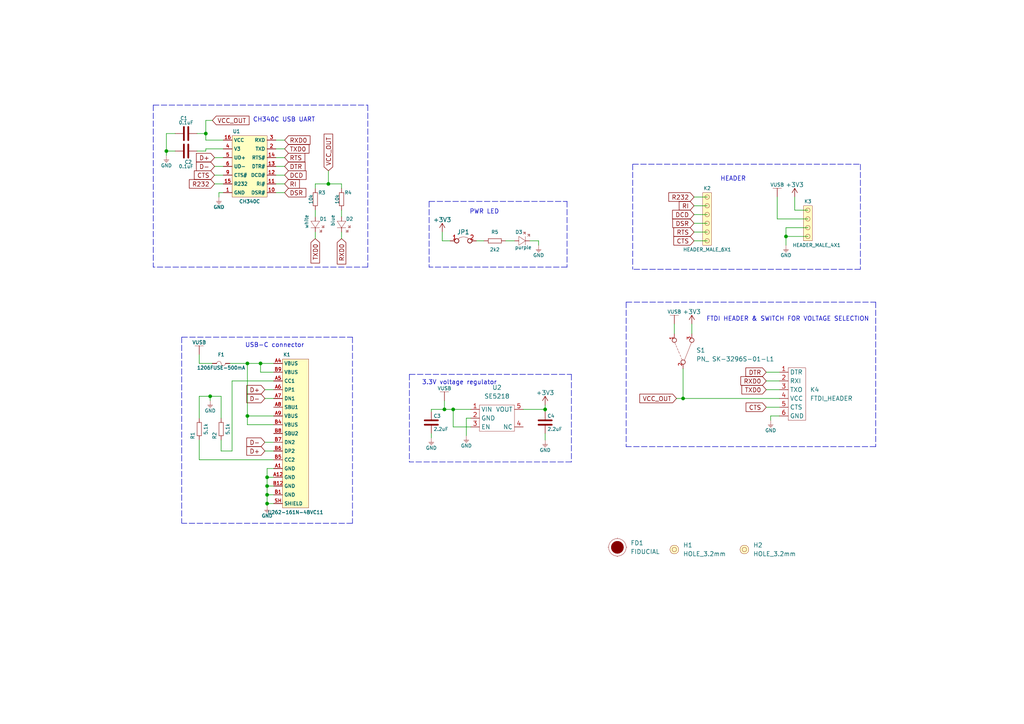
<source format=kicad_sch>
(kicad_sch (version 20210621) (generator eeschema)

  (uuid 4c09b18f-2c11-4b80-808b-29d2ecf61880)

  (paper "A4")

  (title_block
    (title "USB-UART converter")
    (date "2021-08-25")
    (rev "V1.1.1.")
    (company "SOLDERED")
    (comment 1 "333028")
  )

  (lib_symbols
    (symbol "e-radionica.com schematics:0402LED" (pin_numbers hide) (pin_names (offset 0.254) hide) (in_bom yes) (on_board yes)
      (property "Reference" "D" (id 0) (at -0.635 2.54 0)
        (effects (font (size 1 1)))
      )
      (property "Value" "0402LED" (id 1) (at 0 -2.54 0)
        (effects (font (size 1 1)))
      )
      (property "Footprint" "e-radionica.com footprinti:0402LED" (id 2) (at 0 5.08 0)
        (effects (font (size 1 1)) hide)
      )
      (property "Datasheet" "" (id 3) (at 0 0 0)
        (effects (font (size 1 1)) hide)
      )
      (symbol "0402LED_0_1"
        (polyline
          (pts
            (xy -0.635 1.27)
            (xy 1.27 0)
          )
          (stroke (width 0.0006)) (fill (type none))
        )
        (polyline
          (pts
            (xy 0.635 1.905)
            (xy 1.27 2.54)
          )
          (stroke (width 0.0006)) (fill (type none))
        )
        (polyline
          (pts
            (xy 1.27 1.27)
            (xy 1.27 -1.27)
          )
          (stroke (width 0.0006)) (fill (type none))
        )
        (polyline
          (pts
            (xy 1.905 1.27)
            (xy 2.54 1.905)
          )
          (stroke (width 0.0006)) (fill (type none))
        )
        (polyline
          (pts
            (xy -0.635 1.27)
            (xy -0.635 -1.27)
            (xy 1.27 0)
          )
          (stroke (width 0.0006)) (fill (type none))
        )
        (polyline
          (pts
            (xy 1.27 2.54)
            (xy 0.635 2.54)
            (xy 1.27 1.905)
            (xy 1.27 2.54)
          )
          (stroke (width 0.0006)) (fill (type none))
        )
        (polyline
          (pts
            (xy 2.54 1.905)
            (xy 1.905 1.905)
            (xy 2.54 1.27)
            (xy 2.54 1.905)
          )
          (stroke (width 0.0006)) (fill (type none))
        )
      )
      (symbol "0402LED_1_1"
        (pin passive line (at -1.905 0 0) (length 1.27)
          (name "A" (effects (font (size 1.27 1.27))))
          (number "1" (effects (font (size 1.27 1.27))))
        )
        (pin passive line (at 2.54 0 180) (length 1.27)
          (name "K" (effects (font (size 1.27 1.27))))
          (number "2" (effects (font (size 1.27 1.27))))
        )
      )
    )
    (symbol "e-radionica.com schematics:0402LED_1" (pin_numbers hide) (pin_names (offset 0.254) hide) (in_bom yes) (on_board yes)
      (property "Reference" "D" (id 0) (at -0.635 2.54 0)
        (effects (font (size 1 1)))
      )
      (property "Value" "0402LED" (id 1) (at 0 -2.54 0)
        (effects (font (size 1 1)))
      )
      (property "Footprint" "e-radionica.com footprinti:0402LED" (id 2) (at 0 5.08 0)
        (effects (font (size 1 1)) hide)
      )
      (property "Datasheet" "" (id 3) (at 0 0 0)
        (effects (font (size 1 1)) hide)
      )
      (property "Package" "0402" (id 4) (at 0 0 0)
        (effects (font (size 1.27 1.27)) hide)
      )
      (symbol "0402LED_1_0_1"
        (polyline
          (pts
            (xy -0.635 1.27)
            (xy 1.27 0)
          )
          (stroke (width 0.0006)) (fill (type none))
        )
        (polyline
          (pts
            (xy 0.635 1.905)
            (xy 1.27 2.54)
          )
          (stroke (width 0.0006)) (fill (type none))
        )
        (polyline
          (pts
            (xy 1.27 1.27)
            (xy 1.27 -1.27)
          )
          (stroke (width 0.0006)) (fill (type none))
        )
        (polyline
          (pts
            (xy 1.905 1.27)
            (xy 2.54 1.905)
          )
          (stroke (width 0.0006)) (fill (type none))
        )
        (polyline
          (pts
            (xy -0.635 1.27)
            (xy -0.635 -1.27)
            (xy 1.27 0)
          )
          (stroke (width 0.0006)) (fill (type none))
        )
        (polyline
          (pts
            (xy 1.27 2.54)
            (xy 0.635 2.54)
            (xy 1.27 1.905)
            (xy 1.27 2.54)
          )
          (stroke (width 0.0006)) (fill (type none))
        )
        (polyline
          (pts
            (xy 2.54 1.905)
            (xy 1.905 1.905)
            (xy 2.54 1.27)
            (xy 2.54 1.905)
          )
          (stroke (width 0.0006)) (fill (type none))
        )
      )
      (symbol "0402LED_1_1_1"
        (pin passive line (at -1.905 0 0) (length 1.27)
          (name "A" (effects (font (size 1.27 1.27))))
          (number "1" (effects (font (size 1.27 1.27))))
        )
        (pin passive line (at 2.54 0 180) (length 1.27)
          (name "K" (effects (font (size 1.27 1.27))))
          (number "2" (effects (font (size 1.27 1.27))))
        )
      )
    )
    (symbol "e-radionica.com schematics:0402R" (pin_numbers hide) (pin_names (offset 0.254)) (in_bom yes) (on_board yes)
      (property "Reference" "R" (id 0) (at -1.905 1.27 0)
        (effects (font (size 1 1)))
      )
      (property "Value" "0402R" (id 1) (at 0 -1.27 0)
        (effects (font (size 1 1)))
      )
      (property "Footprint" "e-radionica.com footprinti:0402R" (id 2) (at -2.54 1.905 0)
        (effects (font (size 1 1)) hide)
      )
      (property "Datasheet" "" (id 3) (at -2.54 1.905 0)
        (effects (font (size 1 1)) hide)
      )
      (symbol "0402R_0_1"
        (rectangle (start -1.905 -0.635) (end 1.905 -0.6604)
          (stroke (width 0.1)) (fill (type none))
        )
        (rectangle (start -1.905 0.635) (end -1.8796 -0.635)
          (stroke (width 0.1)) (fill (type none))
        )
        (rectangle (start -1.905 0.635) (end 1.905 0.6096)
          (stroke (width 0.1)) (fill (type none))
        )
        (rectangle (start 1.905 0.635) (end 1.9304 -0.635)
          (stroke (width 0.1)) (fill (type none))
        )
      )
      (symbol "0402R_1_1"
        (pin passive line (at -3.175 0 0) (length 1.27)
          (name "~" (effects (font (size 1.27 1.27))))
          (number "1" (effects (font (size 1.27 1.27))))
        )
        (pin passive line (at 3.175 0 180) (length 1.27)
          (name "~" (effects (font (size 1.27 1.27))))
          (number "2" (effects (font (size 1.27 1.27))))
        )
      )
    )
    (symbol "e-radionica.com schematics:0603C" (pin_numbers hide) (pin_names (offset 0.002)) (in_bom yes) (on_board yes)
      (property "Reference" "C" (id 0) (at -0.635 3.175 0)
        (effects (font (size 1 1)))
      )
      (property "Value" "0603C" (id 1) (at 0 -3.175 0)
        (effects (font (size 1 1)))
      )
      (property "Footprint" "e-radionica.com footprinti:0603C" (id 2) (at 0 0 0)
        (effects (font (size 1 1)) hide)
      )
      (property "Datasheet" "" (id 3) (at 0 0 0)
        (effects (font (size 1 1)) hide)
      )
      (symbol "0603C_0_1"
        (polyline
          (pts
            (xy -0.635 1.905)
            (xy -0.635 -1.905)
          )
          (stroke (width 0.5)) (fill (type none))
        )
        (polyline
          (pts
            (xy 0.635 1.905)
            (xy 0.635 -1.905)
          )
          (stroke (width 0.5)) (fill (type none))
        )
      )
      (symbol "0603C_1_1"
        (pin passive line (at -3.175 0 0) (length 2.54)
          (name "~" (effects (font (size 1.27 1.27))))
          (number "1" (effects (font (size 1.27 1.27))))
        )
        (pin passive line (at 3.175 0 180) (length 2.54)
          (name "~" (effects (font (size 1.27 1.27))))
          (number "2" (effects (font (size 1.27 1.27))))
        )
      )
    )
    (symbol "e-radionica.com schematics:0603C_4" (pin_numbers hide) (pin_names (offset 0.002)) (in_bom yes) (on_board yes)
      (property "Reference" "C" (id 0) (at -0.635 3.175 0)
        (effects (font (size 1 1)))
      )
      (property "Value" "0603C" (id 1) (at 0 -3.175 0)
        (effects (font (size 1 1)))
      )
      (property "Footprint" "e-radionica.com footprinti:0603C" (id 2) (at 0 0 0)
        (effects (font (size 1 1)) hide)
      )
      (property "Datasheet" "" (id 3) (at 0 0 0)
        (effects (font (size 1 1)) hide)
      )
      (symbol "0603C_4_0_1"
        (polyline
          (pts
            (xy -0.635 1.905)
            (xy -0.635 -1.905)
          )
          (stroke (width 0.5)) (fill (type none))
        )
        (polyline
          (pts
            (xy 0.635 1.905)
            (xy 0.635 -1.905)
          )
          (stroke (width 0.5)) (fill (type none))
        )
      )
      (symbol "0603C_4_1_1"
        (pin passive line (at -3.175 0 0) (length 2.54)
          (name "~" (effects (font (size 1.27 1.27))))
          (number "1" (effects (font (size 1.27 1.27))))
        )
        (pin passive line (at 3.175 0 180) (length 2.54)
          (name "~" (effects (font (size 1.27 1.27))))
          (number "2" (effects (font (size 1.27 1.27))))
        )
      )
    )
    (symbol "e-radionica.com schematics:0603C_5" (pin_numbers hide) (pin_names (offset 0.002)) (in_bom yes) (on_board yes)
      (property "Reference" "C" (id 0) (at -0.635 3.175 0)
        (effects (font (size 1 1)))
      )
      (property "Value" "0603C" (id 1) (at 0 -3.175 0)
        (effects (font (size 1 1)))
      )
      (property "Footprint" "e-radionica.com footprinti:0603C" (id 2) (at 0 0 0)
        (effects (font (size 1 1)) hide)
      )
      (property "Datasheet" "" (id 3) (at 0 0 0)
        (effects (font (size 1 1)) hide)
      )
      (symbol "0603C_5_0_1"
        (polyline
          (pts
            (xy -0.635 1.905)
            (xy -0.635 -1.905)
          )
          (stroke (width 0.5)) (fill (type none))
        )
        (polyline
          (pts
            (xy 0.635 1.905)
            (xy 0.635 -1.905)
          )
          (stroke (width 0.5)) (fill (type none))
        )
      )
      (symbol "0603C_5_1_1"
        (pin passive line (at -3.175 0 0) (length 2.54)
          (name "~" (effects (font (size 1.27 1.27))))
          (number "1" (effects (font (size 1.27 1.27))))
        )
        (pin passive line (at 3.175 0 180) (length 2.54)
          (name "~" (effects (font (size 1.27 1.27))))
          (number "2" (effects (font (size 1.27 1.27))))
        )
      )
    )
    (symbol "e-radionica.com schematics:0603R_1" (pin_numbers hide) (pin_names (offset 0.254)) (in_bom yes) (on_board yes)
      (property "Reference" "R" (id 0) (at -1.905 1.905 0)
        (effects (font (size 1 1)))
      )
      (property "Value" "0603R" (id 1) (at 0 -1.905 0)
        (effects (font (size 1 1)))
      )
      (property "Footprint" "e-radionica.com footprinti:0603R" (id 2) (at -0.635 1.905 0)
        (effects (font (size 1 1)) hide)
      )
      (property "Datasheet" "" (id 3) (at -0.635 1.905 0)
        (effects (font (size 1 1)) hide)
      )
      (symbol "0603R_1_0_1"
        (rectangle (start -1.905 -0.635) (end 1.905 -0.6604)
          (stroke (width 0.1)) (fill (type none))
        )
        (rectangle (start -1.905 0.635) (end -1.8796 -0.635)
          (stroke (width 0.1)) (fill (type none))
        )
        (rectangle (start -1.905 0.635) (end 1.905 0.6096)
          (stroke (width 0.1)) (fill (type none))
        )
        (rectangle (start 1.905 0.635) (end 1.9304 -0.635)
          (stroke (width 0.1)) (fill (type none))
        )
      )
      (symbol "0603R_1_1_1"
        (pin passive line (at -3.175 0 0) (length 1.27)
          (name "~" (effects (font (size 1.27 1.27))))
          (number "1" (effects (font (size 1.27 1.27))))
        )
        (pin passive line (at 3.175 0 180) (length 1.27)
          (name "~" (effects (font (size 1.27 1.27))))
          (number "2" (effects (font (size 1.27 1.27))))
        )
      )
    )
    (symbol "e-radionica.com schematics:0603R_2" (pin_numbers hide) (pin_names (offset 0.254)) (in_bom yes) (on_board yes)
      (property "Reference" "R" (id 0) (at -1.905 1.905 0)
        (effects (font (size 1 1)))
      )
      (property "Value" "0603R" (id 1) (at 0 -1.905 0)
        (effects (font (size 1 1)))
      )
      (property "Footprint" "e-radionica.com footprinti:0603R" (id 2) (at -0.635 1.905 0)
        (effects (font (size 1 1)) hide)
      )
      (property "Datasheet" "" (id 3) (at -0.635 1.905 0)
        (effects (font (size 1 1)) hide)
      )
      (symbol "0603R_2_0_1"
        (rectangle (start -1.905 -0.635) (end 1.905 -0.6604)
          (stroke (width 0.1)) (fill (type none))
        )
        (rectangle (start -1.905 0.635) (end -1.8796 -0.635)
          (stroke (width 0.1)) (fill (type none))
        )
        (rectangle (start -1.905 0.635) (end 1.905 0.6096)
          (stroke (width 0.1)) (fill (type none))
        )
        (rectangle (start 1.905 0.635) (end 1.9304 -0.635)
          (stroke (width 0.1)) (fill (type none))
        )
      )
      (symbol "0603R_2_1_1"
        (pin passive line (at -3.175 0 0) (length 1.27)
          (name "~" (effects (font (size 1.27 1.27))))
          (number "1" (effects (font (size 1.27 1.27))))
        )
        (pin passive line (at 3.175 0 180) (length 1.27)
          (name "~" (effects (font (size 1.27 1.27))))
          (number "2" (effects (font (size 1.27 1.27))))
        )
      )
    )
    (symbol "e-radionica.com schematics:1206FUSE" (pin_numbers hide) (pin_names hide) (in_bom yes) (on_board yes)
      (property "Reference" "F" (id 0) (at -1.27 1.905 0)
        (effects (font (size 1 1)))
      )
      (property "Value" "1206FUSE" (id 1) (at 0 -1.905 0)
        (effects (font (size 1 1)))
      )
      (property "Footprint" "e-radionica.com footprinti:1206FUSE" (id 2) (at 0 0 0)
        (effects (font (size 1 1)) hide)
      )
      (property "Datasheet" "" (id 3) (at 0 0 0)
        (effects (font (size 1 1)) hide)
      )
      (symbol "1206FUSE_0_1"
        (arc (start -1.27 0) (end 0 0) (radius (at -0.635 -0.0391) (length 0.6362) (angles 176.5 3.5))
          (stroke (width 0.0006)) (fill (type none))
        )
        (arc (start 0 0) (end 1.27 0) (radius (at 0.635 0.0113) (length 0.6351) (angles -179 -1))
          (stroke (width 0.0006)) (fill (type none))
        )
      )
      (symbol "1206FUSE_1_1"
        (pin passive line (at -2.54 0 0) (length 1.27)
          (name "~" (effects (font (size 1 1))))
          (number "1" (effects (font (size 1 1))))
        )
        (pin passive line (at 2.54 0 180) (length 1.27)
          (name "~" (effects (font (size 1 1))))
          (number "2" (effects (font (size 1 1))))
        )
      )
    )
    (symbol "e-radionica.com schematics:CH340C" (in_bom yes) (on_board yes)
      (property "Reference" "U" (id 0) (at -3.81 10.16 0)
        (effects (font (size 1 1)))
      )
      (property "Value" "CH340C" (id 1) (at 0 -10.16 0)
        (effects (font (size 1 1)))
      )
      (property "Footprint" "e-radionica.com footprinti:SOP-16" (id 2) (at 0 0 0)
        (effects (font (size 1 1)) hide)
      )
      (property "Datasheet" "" (id 3) (at 0 0 0)
        (effects (font (size 1 1)) hide)
      )
      (symbol "CH340C_0_1"
        (rectangle (start -5.08 8.89) (end 5.08 -8.89)
          (stroke (width 0.001)) (fill (type background))
        )
      )
      (symbol "CH340C_1_1"
        (pin passive line (at -7.62 -7.62 0) (length 2.54)
          (name "GND" (effects (font (size 1 1))))
          (number "1" (effects (font (size 1 1))))
        )
        (pin passive line (at 7.62 -7.62 180) (length 2.54)
          (name "DSR#" (effects (font (size 1 1))))
          (number "10" (effects (font (size 1 1))))
        )
        (pin passive line (at 7.62 -5.08 180) (length 2.54)
          (name "RI#" (effects (font (size 1 1))))
          (number "11" (effects (font (size 1 1))))
        )
        (pin passive line (at 7.62 -2.54 180) (length 2.54)
          (name "DCD#" (effects (font (size 1 1))))
          (number "12" (effects (font (size 1 1))))
        )
        (pin passive line (at 7.62 0 180) (length 2.54)
          (name "DTR#" (effects (font (size 1 1))))
          (number "13" (effects (font (size 1 1))))
        )
        (pin passive line (at 7.62 2.54 180) (length 2.54)
          (name "RTS#" (effects (font (size 1 1))))
          (number "14" (effects (font (size 1 1))))
        )
        (pin passive line (at -7.62 -5.08 0) (length 2.54)
          (name "R232" (effects (font (size 1 1))))
          (number "15" (effects (font (size 1 1))))
        )
        (pin passive line (at -7.62 7.62 0) (length 2.54)
          (name "VCC" (effects (font (size 1 1))))
          (number "16" (effects (font (size 1 1))))
        )
        (pin passive line (at 7.62 5.08 180) (length 2.54)
          (name "TXD" (effects (font (size 1 1))))
          (number "2" (effects (font (size 1 1))))
        )
        (pin passive line (at 7.62 7.62 180) (length 2.54)
          (name "RXD" (effects (font (size 1 1))))
          (number "3" (effects (font (size 1 1))))
        )
        (pin passive line (at -7.62 5.08 0) (length 2.54)
          (name "V3" (effects (font (size 1 1))))
          (number "4" (effects (font (size 1 1))))
        )
        (pin passive line (at -7.62 2.54 0) (length 2.54)
          (name "UD+" (effects (font (size 1 1))))
          (number "5" (effects (font (size 1 1))))
        )
        (pin passive line (at -7.62 0 0) (length 2.54)
          (name "UD-" (effects (font (size 1 1))))
          (number "6" (effects (font (size 1 1))))
        )
        (pin passive line (at -7.62 -2.54 0) (length 2.54)
          (name "CTS#" (effects (font (size 1 1))))
          (number "9" (effects (font (size 1 1))))
        )
      )
    )
    (symbol "e-radionica.com schematics:FIDUCIAL" (in_bom no) (on_board yes)
      (property "Reference" "FD" (id 0) (at 0 3.81 0)
        (effects (font (size 1.27 1.27)))
      )
      (property "Value" "FIDUCIAL" (id 1) (at 0 -3.81 0)
        (effects (font (size 1.27 1.27)))
      )
      (property "Footprint" "e-radionica.com footprinti:FIDUCIAL_23" (id 2) (at 0.254 -5.334 0)
        (effects (font (size 1.27 1.27)) hide)
      )
      (property "Datasheet" "" (id 3) (at 0 0 0)
        (effects (font (size 1.27 1.27)) hide)
      )
      (symbol "FIDUCIAL_0_1"
        (circle (center 0 0) (radius 2.54) (stroke (width 0.0006)) (fill (type none)))
        (circle (center 0 0) (radius 1.7961) (stroke (width 0.001)) (fill (type outline)))
        (polyline
          (pts
            (xy -2.54 0)
            (xy -2.794 0)
          )
          (stroke (width 0.0006)) (fill (type none))
        )
        (polyline
          (pts
            (xy 0 -2.54)
            (xy 0 -2.794)
          )
          (stroke (width 0.0006)) (fill (type none))
        )
        (polyline
          (pts
            (xy 0 2.54)
            (xy 0 2.794)
          )
          (stroke (width 0.0006)) (fill (type none))
        )
        (polyline
          (pts
            (xy 2.54 0)
            (xy 2.794 0)
          )
          (stroke (width 0.0006)) (fill (type none))
        )
      )
    )
    (symbol "e-radionica.com schematics:FTDI_HEADER" (in_bom yes) (on_board yes)
      (property "Reference" "K" (id 0) (at -1.27 8.89 0)
        (effects (font (size 1.27 1.27)))
      )
      (property "Value" "FTDI_HEADER" (id 1) (at 0 -8.89 0)
        (effects (font (size 1.27 1.27)))
      )
      (property "Footprint" "e-radionica.com footprinti:HEADER_MALE_6X1" (id 2) (at 1.27 -11.43 0)
        (effects (font (size 1.27 1.27)) hide)
      )
      (property "Datasheet" "" (id 3) (at 2.54 0 0)
        (effects (font (size 1.27 1.27)) hide)
      )
      (symbol "FTDI_HEADER_0_1"
        (rectangle (start -2.54 7.62) (end 2.54 -7.62)
          (stroke (width 0.0006)) (fill (type none))
        )
      )
      (symbol "FTDI_HEADER_1_1"
        (pin bidirectional line (at -5.08 6.35 0) (length 2.54)
          (name "DTR" (effects (font (size 1.27 1.27))))
          (number "1" (effects (font (size 1.27 1.27))))
        )
        (pin bidirectional line (at -5.08 3.81 0) (length 2.54)
          (name "RXI" (effects (font (size 1.27 1.27))))
          (number "2" (effects (font (size 1.27 1.27))))
        )
        (pin bidirectional line (at -5.08 1.27 0) (length 2.54)
          (name "TXO" (effects (font (size 1.27 1.27))))
          (number "3" (effects (font (size 1.27 1.27))))
        )
        (pin power_in line (at -5.08 -1.27 0) (length 2.54)
          (name "VCC" (effects (font (size 1.27 1.27))))
          (number "4" (effects (font (size 1.27 1.27))))
        )
        (pin bidirectional line (at -5.08 -3.81 0) (length 2.54)
          (name "CTS" (effects (font (size 1.27 1.27))))
          (number "5" (effects (font (size 1.27 1.27))))
        )
        (pin power_in line (at -5.08 -6.35 0) (length 2.54)
          (name "GND" (effects (font (size 1.27 1.27))))
          (number "6" (effects (font (size 1.27 1.27))))
        )
      )
    )
    (symbol "e-radionica.com schematics:GND_1" (power) (pin_names (offset 0)) (in_bom yes) (on_board yes)
      (property "Reference" "#PWR" (id 0) (at 4.445 0 0)
        (effects (font (size 1 1)) hide)
      )
      (property "Value" "GND" (id 1) (at 0 -2.921 0)
        (effects (font (size 1 1)))
      )
      (property "Footprint" "" (id 2) (at 4.445 3.81 0)
        (effects (font (size 1 1)) hide)
      )
      (property "Datasheet" "" (id 3) (at 4.445 3.81 0)
        (effects (font (size 1 1)) hide)
      )
      (property "ki_keywords" "power-flag" (id 4) (at 0 0 0)
        (effects (font (size 1.27 1.27)) hide)
      )
      (property "ki_description" "Power symbol creates a global label with name \"+3V3\"" (id 5) (at 0 0 0)
        (effects (font (size 1.27 1.27)) hide)
      )
      (symbol "GND_1_0_1"
        (polyline
          (pts
            (xy -0.762 -1.27)
            (xy 0.762 -1.27)
          )
          (stroke (width 0.0006)) (fill (type none))
        )
        (polyline
          (pts
            (xy -0.635 -1.524)
            (xy 0.635 -1.524)
          )
          (stroke (width 0.0006)) (fill (type none))
        )
        (polyline
          (pts
            (xy -0.381 -1.778)
            (xy 0.381 -1.778)
          )
          (stroke (width 0.0006)) (fill (type none))
        )
        (polyline
          (pts
            (xy -0.127 -2.032)
            (xy 0.127 -2.032)
          )
          (stroke (width 0.0006)) (fill (type none))
        )
        (polyline
          (pts
            (xy 0 0)
            (xy 0 -1.27)
          )
          (stroke (width 0.0006)) (fill (type none))
        )
      )
      (symbol "GND_1_1_1"
        (pin power_in line (at 0 0 270) (length 0) hide
          (name "GND" (effects (font (size 1.27 1.27))))
          (number "1" (effects (font (size 1.27 1.27))))
        )
      )
    )
    (symbol "e-radionica.com schematics:GND_2" (power) (pin_names (offset 0)) (in_bom yes) (on_board yes)
      (property "Reference" "#PWR" (id 0) (at 4.445 0 0)
        (effects (font (size 1 1)) hide)
      )
      (property "Value" "GND" (id 1) (at 0 -2.921 0)
        (effects (font (size 1 1)))
      )
      (property "Footprint" "" (id 2) (at 4.445 3.81 0)
        (effects (font (size 1 1)) hide)
      )
      (property "Datasheet" "" (id 3) (at 4.445 3.81 0)
        (effects (font (size 1 1)) hide)
      )
      (property "ki_keywords" "power-flag" (id 4) (at 0 0 0)
        (effects (font (size 1.27 1.27)) hide)
      )
      (property "ki_description" "Power symbol creates a global label with name \"+3V3\"" (id 5) (at 0 0 0)
        (effects (font (size 1.27 1.27)) hide)
      )
      (symbol "GND_2_0_1"
        (polyline
          (pts
            (xy -0.762 -1.27)
            (xy 0.762 -1.27)
          )
          (stroke (width 0.0006)) (fill (type none))
        )
        (polyline
          (pts
            (xy -0.635 -1.524)
            (xy 0.635 -1.524)
          )
          (stroke (width 0.0006)) (fill (type none))
        )
        (polyline
          (pts
            (xy -0.381 -1.778)
            (xy 0.381 -1.778)
          )
          (stroke (width 0.0006)) (fill (type none))
        )
        (polyline
          (pts
            (xy -0.127 -2.032)
            (xy 0.127 -2.032)
          )
          (stroke (width 0.0006)) (fill (type none))
        )
        (polyline
          (pts
            (xy 0 0)
            (xy 0 -1.27)
          )
          (stroke (width 0.0006)) (fill (type none))
        )
      )
      (symbol "GND_2_1_1"
        (pin power_in line (at 0 0 270) (length 0) hide
          (name "GND" (effects (font (size 1.27 1.27))))
          (number "1" (effects (font (size 1.27 1.27))))
        )
      )
    )
    (symbol "e-radionica.com schematics:GND_3" (power) (pin_names (offset 0)) (in_bom yes) (on_board yes)
      (property "Reference" "#PWR" (id 0) (at 4.445 0 0)
        (effects (font (size 1 1)) hide)
      )
      (property "Value" "GND" (id 1) (at 0 -2.921 0)
        (effects (font (size 1 1)))
      )
      (property "Footprint" "" (id 2) (at 4.445 3.81 0)
        (effects (font (size 1 1)) hide)
      )
      (property "Datasheet" "" (id 3) (at 4.445 3.81 0)
        (effects (font (size 1 1)) hide)
      )
      (property "ki_keywords" "power-flag" (id 4) (at 0 0 0)
        (effects (font (size 1.27 1.27)) hide)
      )
      (property "ki_description" "Power symbol creates a global label with name \"+3V3\"" (id 5) (at 0 0 0)
        (effects (font (size 1.27 1.27)) hide)
      )
      (symbol "GND_3_0_1"
        (polyline
          (pts
            (xy -0.762 -1.27)
            (xy 0.762 -1.27)
          )
          (stroke (width 0.0006)) (fill (type none))
        )
        (polyline
          (pts
            (xy -0.635 -1.524)
            (xy 0.635 -1.524)
          )
          (stroke (width 0.0006)) (fill (type none))
        )
        (polyline
          (pts
            (xy -0.381 -1.778)
            (xy 0.381 -1.778)
          )
          (stroke (width 0.0006)) (fill (type none))
        )
        (polyline
          (pts
            (xy -0.127 -2.032)
            (xy 0.127 -2.032)
          )
          (stroke (width 0.0006)) (fill (type none))
        )
        (polyline
          (pts
            (xy 0 0)
            (xy 0 -1.27)
          )
          (stroke (width 0.0006)) (fill (type none))
        )
      )
      (symbol "GND_3_1_1"
        (pin power_in line (at 0 0 270) (length 0) hide
          (name "GND" (effects (font (size 1.27 1.27))))
          (number "1" (effects (font (size 1.27 1.27))))
        )
      )
    )
    (symbol "e-radionica.com schematics:GND_5" (power) (pin_names (offset 0)) (in_bom yes) (on_board yes)
      (property "Reference" "#PWR" (id 0) (at 4.445 0 0)
        (effects (font (size 1 1)) hide)
      )
      (property "Value" "GND" (id 1) (at 0 -2.921 0)
        (effects (font (size 1 1)))
      )
      (property "Footprint" "" (id 2) (at 4.445 3.81 0)
        (effects (font (size 1 1)) hide)
      )
      (property "Datasheet" "" (id 3) (at 4.445 3.81 0)
        (effects (font (size 1 1)) hide)
      )
      (property "ki_keywords" "power-flag" (id 4) (at 0 0 0)
        (effects (font (size 1.27 1.27)) hide)
      )
      (property "ki_description" "Power symbol creates a global label with name \"+3V3\"" (id 5) (at 0 0 0)
        (effects (font (size 1.27 1.27)) hide)
      )
      (symbol "GND_5_0_1"
        (polyline
          (pts
            (xy -0.762 -1.27)
            (xy 0.762 -1.27)
          )
          (stroke (width 0.0006)) (fill (type none))
        )
        (polyline
          (pts
            (xy -0.635 -1.524)
            (xy 0.635 -1.524)
          )
          (stroke (width 0.0006)) (fill (type none))
        )
        (polyline
          (pts
            (xy -0.381 -1.778)
            (xy 0.381 -1.778)
          )
          (stroke (width 0.0006)) (fill (type none))
        )
        (polyline
          (pts
            (xy -0.127 -2.032)
            (xy 0.127 -2.032)
          )
          (stroke (width 0.0006)) (fill (type none))
        )
        (polyline
          (pts
            (xy 0 0)
            (xy 0 -1.27)
          )
          (stroke (width 0.0006)) (fill (type none))
        )
      )
      (symbol "GND_5_1_1"
        (pin power_in line (at 0 0 270) (length 0) hide
          (name "GND" (effects (font (size 1.27 1.27))))
          (number "1" (effects (font (size 1.27 1.27))))
        )
      )
    )
    (symbol "e-radionica.com schematics:HEADER_MALE_4X1" (pin_numbers hide) (pin_names hide) (in_bom yes) (on_board yes)
      (property "Reference" "K" (id 0) (at -0.635 7.62 0)
        (effects (font (size 1 1)))
      )
      (property "Value" "HEADER_MALE_4X1" (id 1) (at 0 -5.08 0)
        (effects (font (size 1 1)))
      )
      (property "Footprint" "e-radionica.com footprinti:HEADER_MALE_4X1" (id 2) (at 0 -2.54 0)
        (effects (font (size 1 1)) hide)
      )
      (property "Datasheet" "" (id 3) (at 0 -2.54 0)
        (effects (font (size 1 1)) hide)
      )
      (symbol "HEADER_MALE_4X1_0_1"
        (circle (center 0 -2.54) (radius 0.635) (stroke (width 0.0006)) (fill (type none)))
        (circle (center 0 0) (radius 0.635) (stroke (width 0.0006)) (fill (type none)))
        (circle (center 0 2.54) (radius 0.635) (stroke (width 0.0006)) (fill (type none)))
        (circle (center 0 5.08) (radius 0.635) (stroke (width 0.0006)) (fill (type none)))
        (rectangle (start 1.27 -3.81) (end -1.27 6.35)
          (stroke (width 0.001)) (fill (type background))
        )
      )
      (symbol "HEADER_MALE_4X1_1_1"
        (pin passive line (at 0 -2.54 180) (length 0)
          (name "~" (effects (font (size 1 1))))
          (number "1" (effects (font (size 1 1))))
        )
        (pin passive line (at 0 0 180) (length 0)
          (name "~" (effects (font (size 1 1))))
          (number "2" (effects (font (size 1 1))))
        )
        (pin passive line (at 0 2.54 180) (length 0)
          (name "~" (effects (font (size 1 1))))
          (number "3" (effects (font (size 1 1))))
        )
        (pin passive line (at 0 5.08 180) (length 0)
          (name "~" (effects (font (size 1 1))))
          (number "4" (effects (font (size 1 1))))
        )
      )
    )
    (symbol "e-radionica.com schematics:HEADER_MALE_6X1" (pin_numbers hide) (pin_names hide) (in_bom yes) (on_board yes)
      (property "Reference" "K" (id 0) (at -0.635 10.16 0)
        (effects (font (size 1 1)))
      )
      (property "Value" "HEADER_MALE_6X1" (id 1) (at 1.27 -7.62 0)
        (effects (font (size 1 1)))
      )
      (property "Footprint" "e-radionica.com footprinti:HEADER_MALE_6X1" (id 2) (at 0 0 0)
        (effects (font (size 1 1)) hide)
      )
      (property "Datasheet" "" (id 3) (at 0 0 0)
        (effects (font (size 1 1)) hide)
      )
      (symbol "HEADER_MALE_6X1_0_1"
        (circle (center 0 -5.08) (radius 0.635) (stroke (width 0.0006)) (fill (type none)))
        (circle (center 0 -2.54) (radius 0.635) (stroke (width 0.0006)) (fill (type none)))
        (circle (center 0 0) (radius 0.635) (stroke (width 0.0006)) (fill (type none)))
        (circle (center 0 2.54) (radius 0.635) (stroke (width 0.0006)) (fill (type none)))
        (circle (center 0 5.08) (radius 0.635) (stroke (width 0.0006)) (fill (type none)))
        (circle (center 0 7.62) (radius 0.635) (stroke (width 0.0006)) (fill (type none)))
        (rectangle (start 1.27 -6.35) (end -1.27 8.89)
          (stroke (width 0.001)) (fill (type background))
        )
      )
      (symbol "HEADER_MALE_6X1_1_1"
        (pin passive line (at 0 -5.08 180) (length 0)
          (name "~" (effects (font (size 0.991 0.991))))
          (number "1" (effects (font (size 0.991 0.991))))
        )
        (pin passive line (at 0 -2.54 180) (length 0)
          (name "~" (effects (font (size 0.991 0.991))))
          (number "2" (effects (font (size 0.991 0.991))))
        )
        (pin passive line (at 0 0 180) (length 0)
          (name "~" (effects (font (size 0.991 0.991))))
          (number "3" (effects (font (size 0.991 0.991))))
        )
        (pin passive line (at 0 2.54 180) (length 0)
          (name "~" (effects (font (size 0.991 0.991))))
          (number "4" (effects (font (size 0.991 0.991))))
        )
        (pin passive line (at 0 5.08 180) (length 0)
          (name "~" (effects (font (size 0.991 0.991))))
          (number "5" (effects (font (size 0.991 0.991))))
        )
        (pin passive line (at 0 7.62 180) (length 0)
          (name "~" (effects (font (size 0.991 0.991))))
          (number "6" (effects (font (size 0.991 0.991))))
        )
      )
    )
    (symbol "e-radionica.com schematics:HOLE_3.2mm" (pin_numbers hide) (pin_names hide) (in_bom yes) (on_board yes)
      (property "Reference" "H" (id 0) (at 0 2.54 0)
        (effects (font (size 1.27 1.27)))
      )
      (property "Value" "HOLE_3.2mm" (id 1) (at 0 -2.54 0)
        (effects (font (size 1.27 1.27)))
      )
      (property "Footprint" "e-radionica.com footprinti:HOLE_3.2mm" (id 2) (at 0 0 0)
        (effects (font (size 1.27 1.27)) hide)
      )
      (property "Datasheet" "" (id 3) (at 0 0 0)
        (effects (font (size 1.27 1.27)) hide)
      )
      (symbol "HOLE_3.2mm_0_1"
        (circle (center 0 0) (radius 0.635) (stroke (width 0.0006)) (fill (type none)))
        (circle (center 0 0) (radius 1.27) (stroke (width 0.001)) (fill (type background)))
      )
    )
    (symbol "e-radionica.com schematics:PN_ SK-3296S-01-L1" (in_bom yes) (on_board yes)
      (property "Reference" "S" (id 0) (at 0 7.62 0)
        (effects (font (size 1.27 1.27)))
      )
      (property "Value" "PN_ SK-3296S-01-L1" (id 1) (at 0 -6.35 0)
        (effects (font (size 1.27 1.27)))
      )
      (property "Footprint" "e-radionica.com footprinti:SWITCH_ON_OFF_ON_3296" (id 2) (at -0.762 0 0)
        (effects (font (size 1.27 1.27)) hide)
      )
      (property "Datasheet" "" (id 3) (at -0.762 0 0)
        (effects (font (size 1.27 1.27)) hide)
      )
      (property "ki_keywords" "SMD SWITCH    SMD SWITCH" (id 4) (at 0 0 0)
        (effects (font (size 1.27 1.27)) hide)
      )
      (symbol "PN_ SK-3296S-01-L1_0_1"
        (polyline
          (pts
            (xy -2.8956 -0.381)
            (xy 2.2606 -2.4384)
          )
          (stroke (width 0.0006)) (fill (type none))
        )
        (polyline
          (pts
            (xy -2.8194 0.254)
            (xy -2.2098 0.508)
          )
          (stroke (width 0.0006)) (fill (type none))
        )
        (polyline
          (pts
            (xy -1.8542 0.6604)
            (xy -1.3208 0.889)
          )
          (stroke (width 0.0006)) (fill (type none))
        )
        (polyline
          (pts
            (xy -0.9398 1.0414)
            (xy -0.254 1.3462)
          )
          (stroke (width 0.0006)) (fill (type none))
        )
        (polyline
          (pts
            (xy 0 1.4478)
            (xy 0.5842 1.7018)
          )
          (stroke (width 0.0006)) (fill (type none))
        )
        (polyline
          (pts
            (xy 0.8636 1.8288)
            (xy 1.3462 2.032)
          )
          (stroke (width 0.0006)) (fill (type none))
        )
        (polyline
          (pts
            (xy 1.6002 2.1336)
            (xy 2.159 2.3876)
            (xy 2.1336 2.3876)
          )
          (stroke (width 0.0006)) (fill (type none))
        )
      )
      (symbol "PN_ SK-3296S-01-L1_1_1"
        (pin input inverted (at 4.826 2.54 180) (length 2.54)
          (name "" (effects (font (size 1 1))))
          (number "1" (effects (font (size 1 1))))
        )
        (pin input inverted (at -5.334 0 0) (length 2.54)
          (name "" (effects (font (size 1 1))))
          (number "2" (effects (font (size 1 1))))
        )
        (pin input inverted (at 4.826 -2.54 180) (length 2.54)
          (name "" (effects (font (size 1 1))))
          (number "3" (effects (font (size 1 1))))
        )
      )
    )
    (symbol "e-radionica.com schematics:SE5218" (in_bom yes) (on_board yes)
      (property "Reference" "U" (id 0) (at -3.81 5.08 0)
        (effects (font (size 1.27 1.27)))
      )
      (property "Value" "SE5218" (id 1) (at 0 -5.08 0)
        (effects (font (size 1.27 1.27)))
      )
      (property "Footprint" "e-radionica.com footprinti:SOT-23-5" (id 2) (at 0 0 0)
        (effects (font (size 1.27 1.27)) hide)
      )
      (property "Datasheet" "" (id 3) (at 0 0 0)
        (effects (font (size 1.27 1.27)) hide)
      )
      (symbol "SE5218_0_1"
        (rectangle (start -5.08 3.81) (end 5.08 -3.81)
          (stroke (width 0.0006)) (fill (type none))
        )
      )
      (symbol "SE5218_1_1"
        (pin power_in line (at -7.62 2.54 0) (length 2.54)
          (name "VIN" (effects (font (size 1.27 1.27))))
          (number "1" (effects (font (size 1.27 1.27))))
        )
        (pin power_in line (at -7.62 0 0) (length 2.54)
          (name "GND" (effects (font (size 1.27 1.27))))
          (number "2" (effects (font (size 1.27 1.27))))
        )
        (pin input line (at -7.62 -2.54 0) (length 2.54)
          (name "EN" (effects (font (size 1.27 1.27))))
          (number "3" (effects (font (size 1.27 1.27))))
        )
        (pin passive line (at 7.62 -2.54 180) (length 2.54)
          (name "NC" (effects (font (size 1.27 1.27))))
          (number "4" (effects (font (size 1.27 1.27))))
        )
        (pin power_out line (at 7.62 2.54 180) (length 2.54)
          (name "VOUT" (effects (font (size 1.27 1.27))))
          (number "5" (effects (font (size 1.27 1.27))))
        )
      )
    )
    (symbol "e-radionica.com schematics:SMD-JUMPER-CONNECTED_TRACE_SLODERMASK" (in_bom yes) (on_board yes)
      (property "Reference" "JP" (id 0) (at 0 3.556 0)
        (effects (font (size 1.27 1.27)))
      )
      (property "Value" "SMD-JUMPER-CONNECTED_TRACE_SLODERMASK" (id 1) (at 0 -2.54 0)
        (effects (font (size 1.27 1.27)))
      )
      (property "Footprint" "e-radionica.com footprinti:SMD-JUMPER-CONNECTED_TRACE_SLODERMASK" (id 2) (at 0 -5.715 0)
        (effects (font (size 1.27 1.27)) hide)
      )
      (property "Datasheet" "" (id 3) (at 0 0 0)
        (effects (font (size 1.27 1.27)) hide)
      )
      (symbol "SMD-JUMPER-CONNECTED_TRACE_SLODERMASK_0_1"
        (arc (start -1.8034 0.5588) (end 1.397 0.5842) (radius (at -0.1875 -1.4124) (length 2.5489) (angles 129.3 51.6))
          (stroke (width 0.0006)) (fill (type none))
        )
      )
      (symbol "SMD-JUMPER-CONNECTED_TRACE_SLODERMASK_1_1"
        (pin passive inverted (at -4.064 0 0) (length 2.54)
          (name "" (effects (font (size 1.27 1.27))))
          (number "1" (effects (font (size 1.27 1.27))))
        )
        (pin passive inverted (at 3.556 0 180) (length 2.54)
          (name "" (effects (font (size 1.27 1.27))))
          (number "2" (effects (font (size 1.27 1.27))))
        )
      )
    )
    (symbol "e-radionica.com schematics:U262-161N-4BVC11" (in_bom yes) (on_board yes)
      (property "Reference" "K" (id 0) (at 0 22.86 0)
        (effects (font (size 1 1)))
      )
      (property "Value" "U262-161N-4BVC11" (id 1) (at 2.54 -22.86 0)
        (effects (font (size 1 1)))
      )
      (property "Footprint" "e-radionica.com footprinti:U262-161N-4BVC11" (id 2) (at 1.27 -3.81 0)
        (effects (font (size 1 1)) hide)
      )
      (property "Datasheet" "" (id 3) (at 1.27 -3.81 0)
        (effects (font (size 1 1)) hide)
      )
      (property "ki_keywords" "USBC USB-C USB" (id 4) (at 0 0 0)
        (effects (font (size 1.27 1.27)) hide)
      )
      (symbol "U262-161N-4BVC11_0_1"
        (rectangle (start -1.27 21.59) (end 6.35 -21.59)
          (stroke (width 0.001)) (fill (type background))
        )
      )
      (symbol "U262-161N-4BVC11_1_1"
        (pin passive line (at -3.81 -10.16 0) (length 2.54)
          (name "GND" (effects (font (size 1 1))))
          (number "A1" (effects (font (size 1 1))))
        )
        (pin passive line (at -3.81 -12.7 0) (length 2.54)
          (name "GND" (effects (font (size 1 1))))
          (number "A12" (effects (font (size 1 1))))
        )
        (pin passive line (at -3.81 20.32 0) (length 2.54)
          (name "VBUS" (effects (font (size 1 1))))
          (number "A4" (effects (font (size 1 1))))
        )
        (pin passive line (at -3.81 15.24 0) (length 2.54)
          (name "CC1" (effects (font (size 1 1))))
          (number "A5" (effects (font (size 1 1))))
        )
        (pin passive line (at -3.81 12.7 0) (length 2.54)
          (name "DP1" (effects (font (size 1 1))))
          (number "A6" (effects (font (size 1 1))))
        )
        (pin passive line (at -3.81 10.16 0) (length 2.54)
          (name "DN1" (effects (font (size 1 1))))
          (number "A7" (effects (font (size 1 1))))
        )
        (pin passive line (at -3.81 7.62 0) (length 2.54)
          (name "SBU1" (effects (font (size 1 1))))
          (number "A8" (effects (font (size 1 1))))
        )
        (pin passive line (at -3.81 5.08 0) (length 2.54)
          (name "VBUS" (effects (font (size 1 1))))
          (number "A9" (effects (font (size 1 1))))
        )
        (pin passive line (at -3.81 -17.78 0) (length 2.54)
          (name "GND" (effects (font (size 1 1))))
          (number "B1" (effects (font (size 1 1))))
        )
        (pin passive line (at -3.81 -15.24 0) (length 2.54)
          (name "GND" (effects (font (size 1 1))))
          (number "B12" (effects (font (size 1 1))))
        )
        (pin passive line (at -3.81 2.54 0) (length 2.54)
          (name "VBUS" (effects (font (size 1 1))))
          (number "B4" (effects (font (size 1 1))))
        )
        (pin passive line (at -3.81 -7.62 0) (length 2.54)
          (name "CC2" (effects (font (size 1 1))))
          (number "B5" (effects (font (size 1 1))))
        )
        (pin passive line (at -3.81 -5.08 0) (length 2.54)
          (name "DP2" (effects (font (size 1 1))))
          (number "B6" (effects (font (size 1 1))))
        )
        (pin passive line (at -3.81 -2.54 0) (length 2.54)
          (name "DN2" (effects (font (size 1 1))))
          (number "B7" (effects (font (size 1 1))))
        )
        (pin passive line (at -3.81 0 0) (length 2.54)
          (name "SBU2" (effects (font (size 1 1))))
          (number "B8" (effects (font (size 1 1))))
        )
        (pin passive line (at -3.81 17.78 0) (length 2.54)
          (name "VBUS" (effects (font (size 1 1))))
          (number "B9" (effects (font (size 1 1))))
        )
        (pin passive line (at -3.81 -20.32 0) (length 2.54)
          (name "SHIELD" (effects (font (size 1 1))))
          (number "SH" (effects (font (size 1 1))))
        )
      )
    )
    (symbol "e-radionica.com schematics:VUSB_1" (power) (pin_names (offset 0)) (in_bom yes) (on_board yes)
      (property "Reference" "#PWR" (id 0) (at 4.445 0 0)
        (effects (font (size 1 1)) hide)
      )
      (property "Value" "VUSB" (id 1) (at 0 3.556 0)
        (effects (font (size 1 1)))
      )
      (property "Footprint" "" (id 2) (at 4.445 3.81 0)
        (effects (font (size 1 1)) hide)
      )
      (property "Datasheet" "" (id 3) (at 4.445 3.81 0)
        (effects (font (size 1 1)) hide)
      )
      (property "ki_keywords" "power-flag" (id 4) (at 0 0 0)
        (effects (font (size 1.27 1.27)) hide)
      )
      (property "ki_description" "Power symbol creates a global label with name \"+3V3\"" (id 5) (at 0 0 0)
        (effects (font (size 1.27 1.27)) hide)
      )
      (symbol "VUSB_1_0_1"
        (polyline
          (pts
            (xy -1.27 2.54)
            (xy 1.27 2.54)
          )
          (stroke (width 0.0006)) (fill (type none))
        )
        (polyline
          (pts
            (xy 0 0)
            (xy 0 2.54)
          )
          (stroke (width 0)) (fill (type none))
        )
      )
      (symbol "VUSB_1_1_1"
        (pin power_in line (at 0 0 90) (length 0) hide
          (name "VUSB" (effects (font (size 1.27 1.27))))
          (number "1" (effects (font (size 1.27 1.27))))
        )
      )
    )
    (symbol "e-radionica.com schematics:VUSB_2" (power) (pin_names (offset 0)) (in_bom yes) (on_board yes)
      (property "Reference" "#PWR" (id 0) (at 4.445 0 0)
        (effects (font (size 1 1)) hide)
      )
      (property "Value" "VUSB" (id 1) (at 0 3.556 0)
        (effects (font (size 1 1)))
      )
      (property "Footprint" "" (id 2) (at 4.445 3.81 0)
        (effects (font (size 1 1)) hide)
      )
      (property "Datasheet" "" (id 3) (at 4.445 3.81 0)
        (effects (font (size 1 1)) hide)
      )
      (property "ki_keywords" "power-flag" (id 4) (at 0 0 0)
        (effects (font (size 1.27 1.27)) hide)
      )
      (property "ki_description" "Power symbol creates a global label with name \"+3V3\"" (id 5) (at 0 0 0)
        (effects (font (size 1.27 1.27)) hide)
      )
      (symbol "VUSB_2_0_1"
        (polyline
          (pts
            (xy -1.27 2.54)
            (xy 1.27 2.54)
          )
          (stroke (width 0.0006)) (fill (type none))
        )
        (polyline
          (pts
            (xy 0 0)
            (xy 0 2.54)
          )
          (stroke (width 0)) (fill (type none))
        )
      )
      (symbol "VUSB_2_1_1"
        (pin power_in line (at 0 0 90) (length 0) hide
          (name "VUSB" (effects (font (size 1.27 1.27))))
          (number "1" (effects (font (size 1.27 1.27))))
        )
      )
    )
    (symbol "power:+3V3" (power) (pin_names (offset 0)) (in_bom yes) (on_board yes)
      (property "Reference" "#PWR" (id 0) (at 0 -3.81 0)
        (effects (font (size 1.27 1.27)) hide)
      )
      (property "Value" "+3V3" (id 1) (at 0 3.556 0)
        (effects (font (size 1.27 1.27)))
      )
      (property "Footprint" "" (id 2) (at 0 0 0)
        (effects (font (size 1.27 1.27)) hide)
      )
      (property "Datasheet" "" (id 3) (at 0 0 0)
        (effects (font (size 1.27 1.27)) hide)
      )
      (property "ki_keywords" "power-flag" (id 4) (at 0 0 0)
        (effects (font (size 1.27 1.27)) hide)
      )
      (property "ki_description" "Power symbol creates a global label with name \"+3V3\"" (id 5) (at 0 0 0)
        (effects (font (size 1.27 1.27)) hide)
      )
      (symbol "+3V3_0_1"
        (polyline
          (pts
            (xy -0.762 1.27)
            (xy 0 2.54)
          )
          (stroke (width 0)) (fill (type none))
        )
        (polyline
          (pts
            (xy 0 0)
            (xy 0 2.54)
          )
          (stroke (width 0)) (fill (type none))
        )
        (polyline
          (pts
            (xy 0 2.54)
            (xy 0.762 1.27)
          )
          (stroke (width 0)) (fill (type none))
        )
      )
      (symbol "+3V3_1_1"
        (pin power_in line (at 0 0 90) (length 0) hide
          (name "+3V3" (effects (font (size 1.27 1.27))))
          (number "1" (effects (font (size 1.27 1.27))))
        )
      )
    )
  )

  (junction (at 48.26 43.815) (diameter 0.9144) (color 0 0 0 0))
  (junction (at 59.69 38.735) (diameter 0.9144) (color 0 0 0 0))
  (junction (at 60.96 114.935) (diameter 0.9144) (color 0 0 0 0))
  (junction (at 71.755 105.41) (diameter 0.9144) (color 0 0 0 0))
  (junction (at 71.755 120.65) (diameter 0.9144) (color 0 0 0 0))
  (junction (at 75.565 105.41) (diameter 0.9144) (color 0 0 0 0))
  (junction (at 77.47 138.43) (diameter 0.9144) (color 0 0 0 0))
  (junction (at 77.47 140.97) (diameter 0.9144) (color 0 0 0 0))
  (junction (at 77.47 143.51) (diameter 0.9144) (color 0 0 0 0))
  (junction (at 77.47 146.05) (diameter 0.9144) (color 0 0 0 0))
  (junction (at 95.25 53.34) (diameter 0.9144) (color 0 0 0 0))
  (junction (at 128.905 118.745) (diameter 0.9144) (color 0 0 0 0))
  (junction (at 131.445 118.745) (diameter 0.9144) (color 0 0 0 0))
  (junction (at 158.115 118.745) (diameter 0.9144) (color 0 0 0 0))
  (junction (at 198.12 115.57) (diameter 0.9144) (color 0 0 0 0))
  (junction (at 227.965 68.58) (diameter 0.9144) (color 0 0 0 0))

  (wire (pts (xy 48.26 38.735) (xy 48.26 43.815))
    (stroke (width 0) (type solid) (color 0 0 0 0))
    (uuid d8bca452-3aff-48cc-a2b8-bbc65c558d59)
  )
  (wire (pts (xy 48.26 43.815) (xy 48.26 45.085))
    (stroke (width 0) (type solid) (color 0 0 0 0))
    (uuid 81567aff-f8f5-4c1d-9989-18ba6d8a8fbb)
  )
  (wire (pts (xy 50.8 38.735) (xy 48.26 38.735))
    (stroke (width 0) (type solid) (color 0 0 0 0))
    (uuid 5592d438-ac5f-4f39-8efa-bf505a325ebf)
  )
  (wire (pts (xy 50.8 43.815) (xy 48.26 43.815))
    (stroke (width 0) (type solid) (color 0 0 0 0))
    (uuid c93633fe-f091-45f7-8d77-ea5aab14eb39)
  )
  (wire (pts (xy 57.15 38.735) (xy 59.69 38.735))
    (stroke (width 0) (type solid) (color 0 0 0 0))
    (uuid 98deb36d-639b-47dd-8161-116de7fac1ee)
  )
  (wire (pts (xy 57.15 43.815) (xy 59.69 43.815))
    (stroke (width 0) (type solid) (color 0 0 0 0))
    (uuid c554c72a-d081-47ad-bf58-4db841d78817)
  )
  (wire (pts (xy 57.785 105.41) (xy 57.785 102.87))
    (stroke (width 0) (type solid) (color 0 0 0 0))
    (uuid 5c76acf4-6092-4cfa-b642-eff4ed90a7bf)
  )
  (wire (pts (xy 57.785 114.935) (xy 57.785 121.285))
    (stroke (width 0) (type solid) (color 0 0 0 0))
    (uuid b48c3f4d-1dd1-41c7-ba25-8b083243151d)
  )
  (wire (pts (xy 57.785 114.935) (xy 60.96 114.935))
    (stroke (width 0) (type solid) (color 0 0 0 0))
    (uuid 9e394fd4-1944-4fb8-98d4-0c03ad865153)
  )
  (wire (pts (xy 57.785 127.635) (xy 57.785 133.35))
    (stroke (width 0) (type solid) (color 0 0 0 0))
    (uuid fd97a712-1e46-4fb6-bbe8-83379babcfeb)
  )
  (wire (pts (xy 59.69 34.925) (xy 59.69 38.735))
    (stroke (width 0) (type solid) (color 0 0 0 0))
    (uuid d965a72e-4939-4d17-9bd5-eea2c918dbcc)
  )
  (wire (pts (xy 59.69 38.735) (xy 59.69 40.64))
    (stroke (width 0) (type solid) (color 0 0 0 0))
    (uuid d965a72e-4939-4d17-9bd5-eea2c918dbcc)
  )
  (wire (pts (xy 59.69 40.64) (xy 64.77 40.64))
    (stroke (width 0) (type solid) (color 0 0 0 0))
    (uuid fe579321-cb5f-4d66-80cf-4cb1bf39616e)
  )
  (wire (pts (xy 59.69 43.18) (xy 59.69 43.815))
    (stroke (width 0) (type solid) (color 0 0 0 0))
    (uuid 3cc3cf26-5d39-4c19-842e-df8723b12254)
  )
  (wire (pts (xy 60.96 114.935) (xy 60.96 116.205))
    (stroke (width 0) (type solid) (color 0 0 0 0))
    (uuid 98f000c9-6b0a-4642-9f27-a5f300939699)
  )
  (wire (pts (xy 60.96 114.935) (xy 64.135 114.935))
    (stroke (width 0) (type solid) (color 0 0 0 0))
    (uuid fccd8b31-f2dd-49fe-9277-4707a18bd5ee)
  )
  (wire (pts (xy 61.595 34.925) (xy 59.69 34.925))
    (stroke (width 0) (type solid) (color 0 0 0 0))
    (uuid bd5faed9-5f0d-4b79-b248-6ff968b0cd7c)
  )
  (wire (pts (xy 61.595 105.41) (xy 57.785 105.41))
    (stroke (width 0) (type solid) (color 0 0 0 0))
    (uuid 5c76acf4-6092-4cfa-b642-eff4ed90a7bf)
  )
  (wire (pts (xy 62.23 45.72) (xy 64.77 45.72))
    (stroke (width 0) (type solid) (color 0 0 0 0))
    (uuid 8b219ea1-f32d-419b-b69c-94c2d8ae0338)
  )
  (wire (pts (xy 62.23 48.26) (xy 64.77 48.26))
    (stroke (width 0) (type solid) (color 0 0 0 0))
    (uuid a6424c5e-0f9d-488e-a612-6e18ce074d14)
  )
  (wire (pts (xy 62.23 50.8) (xy 64.77 50.8))
    (stroke (width 0) (type solid) (color 0 0 0 0))
    (uuid 1e88fafc-485c-47cb-b760-07480d0229d6)
  )
  (wire (pts (xy 62.23 53.34) (xy 64.77 53.34))
    (stroke (width 0) (type solid) (color 0 0 0 0))
    (uuid a0b42bad-c8f5-4703-8d8a-e5580fef75dd)
  )
  (wire (pts (xy 63.5 55.88) (xy 63.5 57.15))
    (stroke (width 0) (type solid) (color 0 0 0 0))
    (uuid 7ba434fd-e80a-4c07-9abd-803d32568c62)
  )
  (wire (pts (xy 64.135 114.935) (xy 64.135 121.285))
    (stroke (width 0) (type solid) (color 0 0 0 0))
    (uuid c2f5c87f-1cac-4d3d-9960-faab23a62922)
  )
  (wire (pts (xy 64.135 127.635) (xy 64.135 130.81))
    (stroke (width 0) (type solid) (color 0 0 0 0))
    (uuid 3f0a73a1-e11d-4e47-b6c9-3dde43d4ae8c)
  )
  (wire (pts (xy 64.135 130.81) (xy 67.31 130.81))
    (stroke (width 0) (type solid) (color 0 0 0 0))
    (uuid fb6f151d-17ee-4cdd-ae5b-a3ee9a8fdcda)
  )
  (wire (pts (xy 64.77 43.18) (xy 59.69 43.18))
    (stroke (width 0) (type solid) (color 0 0 0 0))
    (uuid 3cc3cf26-5d39-4c19-842e-df8723b12254)
  )
  (wire (pts (xy 64.77 55.88) (xy 63.5 55.88))
    (stroke (width 0) (type solid) (color 0 0 0 0))
    (uuid 7ba434fd-e80a-4c07-9abd-803d32568c62)
  )
  (wire (pts (xy 66.675 105.41) (xy 71.755 105.41))
    (stroke (width 0) (type solid) (color 0 0 0 0))
    (uuid d61da67d-e9ce-4bf9-b799-1daf1fa4ea06)
  )
  (wire (pts (xy 67.31 110.49) (xy 79.375 110.49))
    (stroke (width 0) (type solid) (color 0 0 0 0))
    (uuid d1d14269-1311-433f-be34-4ee65929b1ef)
  )
  (wire (pts (xy 67.31 130.81) (xy 67.31 110.49))
    (stroke (width 0) (type solid) (color 0 0 0 0))
    (uuid e64597db-6be7-488b-8e10-82c01ce4a176)
  )
  (wire (pts (xy 71.755 105.41) (xy 75.565 105.41))
    (stroke (width 0) (type solid) (color 0 0 0 0))
    (uuid 5379c09f-d18a-455c-b4b6-b7851d352980)
  )
  (wire (pts (xy 71.755 120.65) (xy 71.755 105.41))
    (stroke (width 0) (type solid) (color 0 0 0 0))
    (uuid 2bbfdeae-611a-4b2e-b3aa-b210db2dc065)
  )
  (wire (pts (xy 71.755 120.65) (xy 71.755 123.19))
    (stroke (width 0) (type solid) (color 0 0 0 0))
    (uuid 164b647b-f1b0-4d97-a106-572cfa2f7d50)
  )
  (wire (pts (xy 71.755 120.65) (xy 79.375 120.65))
    (stroke (width 0) (type solid) (color 0 0 0 0))
    (uuid 08d7bbb6-9f1a-4e9b-9c4b-84c30a994ac7)
  )
  (wire (pts (xy 75.565 105.41) (xy 79.375 105.41))
    (stroke (width 0) (type solid) (color 0 0 0 0))
    (uuid e3b29549-ad87-4c46-92e2-fc419d55c80f)
  )
  (wire (pts (xy 75.565 107.95) (xy 75.565 105.41))
    (stroke (width 0) (type solid) (color 0 0 0 0))
    (uuid 01a35071-215d-4069-b95d-4cbdf0b5ce1a)
  )
  (wire (pts (xy 76.835 113.03) (xy 79.375 113.03))
    (stroke (width 0) (type solid) (color 0 0 0 0))
    (uuid b1ba9c4e-84e3-484c-aab7-cf45e45de0ed)
  )
  (wire (pts (xy 76.835 115.57) (xy 79.375 115.57))
    (stroke (width 0) (type solid) (color 0 0 0 0))
    (uuid 571541c6-820f-4436-aa56-2579391fccb4)
  )
  (wire (pts (xy 76.835 128.27) (xy 79.375 128.27))
    (stroke (width 0) (type solid) (color 0 0 0 0))
    (uuid 885d1fdc-879a-43a1-9909-9549b38ba439)
  )
  (wire (pts (xy 76.835 130.81) (xy 79.375 130.81))
    (stroke (width 0) (type solid) (color 0 0 0 0))
    (uuid bb0ca994-20c6-4a3f-93b7-8901637bb3d8)
  )
  (wire (pts (xy 77.47 135.89) (xy 77.47 138.43))
    (stroke (width 0) (type solid) (color 0 0 0 0))
    (uuid 33d126eb-ac61-4041-b6a6-721d3c83e494)
  )
  (wire (pts (xy 77.47 138.43) (xy 77.47 140.97))
    (stroke (width 0) (type solid) (color 0 0 0 0))
    (uuid 2c95b9f8-a7f1-4cb8-9b10-e3e608357385)
  )
  (wire (pts (xy 77.47 138.43) (xy 79.375 138.43))
    (stroke (width 0) (type solid) (color 0 0 0 0))
    (uuid 6488522d-3413-4051-a610-9c38549e228b)
  )
  (wire (pts (xy 77.47 140.97) (xy 77.47 143.51))
    (stroke (width 0) (type solid) (color 0 0 0 0))
    (uuid 38a0e15b-4fb1-4fd2-821f-775089dce453)
  )
  (wire (pts (xy 77.47 140.97) (xy 79.375 140.97))
    (stroke (width 0) (type solid) (color 0 0 0 0))
    (uuid 7cf10bbd-57b9-48cf-a0ed-b05dc6599721)
  )
  (wire (pts (xy 77.47 143.51) (xy 77.47 146.05))
    (stroke (width 0) (type solid) (color 0 0 0 0))
    (uuid a0125cea-f69a-4243-b739-5f95906db987)
  )
  (wire (pts (xy 77.47 143.51) (xy 79.375 143.51))
    (stroke (width 0) (type solid) (color 0 0 0 0))
    (uuid 645cdf64-555d-4ee5-8fdf-e5d265982e89)
  )
  (wire (pts (xy 77.47 146.05) (xy 77.47 146.685))
    (stroke (width 0) (type solid) (color 0 0 0 0))
    (uuid e015a3c6-8f81-445a-b803-db1be87556f1)
  )
  (wire (pts (xy 79.375 107.95) (xy 75.565 107.95))
    (stroke (width 0) (type solid) (color 0 0 0 0))
    (uuid 2be060ae-85f8-47ad-b7a4-223185c5adc9)
  )
  (wire (pts (xy 79.375 123.19) (xy 71.755 123.19))
    (stroke (width 0) (type solid) (color 0 0 0 0))
    (uuid 9d2bbb9a-6de4-4bc2-b85e-c11155c06527)
  )
  (wire (pts (xy 79.375 133.35) (xy 57.785 133.35))
    (stroke (width 0) (type solid) (color 0 0 0 0))
    (uuid 2689c180-923d-4829-b67b-b40bb4818236)
  )
  (wire (pts (xy 79.375 135.89) (xy 77.47 135.89))
    (stroke (width 0) (type solid) (color 0 0 0 0))
    (uuid 3f3150e8-2dcb-4bdd-850b-f976a2cb1a26)
  )
  (wire (pts (xy 79.375 146.05) (xy 77.47 146.05))
    (stroke (width 0) (type solid) (color 0 0 0 0))
    (uuid df8c6a4b-9749-407f-91c6-8f9a773ed85d)
  )
  (wire (pts (xy 80.01 40.64) (xy 82.55 40.64))
    (stroke (width 0) (type solid) (color 0 0 0 0))
    (uuid ff99558e-03e4-4cbe-8aa1-cb3cd8aae217)
  )
  (wire (pts (xy 80.01 43.18) (xy 82.55 43.18))
    (stroke (width 0) (type solid) (color 0 0 0 0))
    (uuid 2a58600d-b993-4229-a3cf-fa734f0eba66)
  )
  (wire (pts (xy 80.01 45.72) (xy 82.55 45.72))
    (stroke (width 0) (type solid) (color 0 0 0 0))
    (uuid 6cf161ce-7cd0-4bb9-83b9-7a5fca3a8d11)
  )
  (wire (pts (xy 80.01 48.26) (xy 82.55 48.26))
    (stroke (width 0) (type solid) (color 0 0 0 0))
    (uuid c76a889b-d09d-405f-9673-dfb2311d4d97)
  )
  (wire (pts (xy 80.01 50.8) (xy 82.55 50.8))
    (stroke (width 0) (type solid) (color 0 0 0 0))
    (uuid 1caced1d-a23a-4cb3-959c-bce6162c282f)
  )
  (wire (pts (xy 80.01 53.34) (xy 82.55 53.34))
    (stroke (width 0) (type solid) (color 0 0 0 0))
    (uuid 5a3517aa-1cee-4e4d-99a5-bfc611837ec2)
  )
  (wire (pts (xy 80.01 55.88) (xy 82.55 55.88))
    (stroke (width 0) (type solid) (color 0 0 0 0))
    (uuid cd177d65-4606-40c3-9ddc-803cf7365e94)
  )
  (wire (pts (xy 91.44 53.34) (xy 95.25 53.34))
    (stroke (width 0) (type solid) (color 0 0 0 0))
    (uuid e9be4f50-fc84-4561-8543-ee86695082c7)
  )
  (wire (pts (xy 91.44 54.61) (xy 91.44 53.34))
    (stroke (width 0) (type solid) (color 0 0 0 0))
    (uuid fe81075d-f7cb-4a25-acac-1b88dce6c142)
  )
  (wire (pts (xy 91.44 60.96) (xy 91.44 62.865))
    (stroke (width 0) (type solid) (color 0 0 0 0))
    (uuid ae0baaa4-adf0-4461-9fe1-4bbb65f8304c)
  )
  (wire (pts (xy 91.44 67.31) (xy 91.44 69.215))
    (stroke (width 0) (type solid) (color 0 0 0 0))
    (uuid b08b0583-0f7e-4682-90eb-d426ffb4c12c)
  )
  (wire (pts (xy 95.25 49.53) (xy 95.25 53.34))
    (stroke (width 0) (type solid) (color 0 0 0 0))
    (uuid 3acf76a6-1737-4a9e-8bd7-f45b7a8cba7e)
  )
  (wire (pts (xy 99.06 53.34) (xy 95.25 53.34))
    (stroke (width 0) (type solid) (color 0 0 0 0))
    (uuid ae56c68c-501f-4a37-906a-0b32f7dcc080)
  )
  (wire (pts (xy 99.06 54.61) (xy 99.06 53.34))
    (stroke (width 0) (type solid) (color 0 0 0 0))
    (uuid 4e017370-1c83-4864-8f42-14ff3ec09cac)
  )
  (wire (pts (xy 99.06 60.96) (xy 99.06 62.865))
    (stroke (width 0) (type solid) (color 0 0 0 0))
    (uuid 940d4e2e-1949-4806-a5fc-573887fc2baa)
  )
  (wire (pts (xy 99.06 67.31) (xy 99.06 69.215))
    (stroke (width 0) (type solid) (color 0 0 0 0))
    (uuid 3d4746ab-aaf2-4965-aa67-a642072c95c6)
  )
  (wire (pts (xy 125.095 118.745) (xy 128.905 118.745))
    (stroke (width 0) (type solid) (color 0 0 0 0))
    (uuid 3ffb65dc-b01b-46e7-b7fb-be0cbebb231d)
  )
  (wire (pts (xy 125.095 119.38) (xy 125.095 118.745))
    (stroke (width 0) (type solid) (color 0 0 0 0))
    (uuid 645a7ac0-7ca4-415d-9c83-f0c515836679)
  )
  (wire (pts (xy 125.095 125.73) (xy 125.095 127))
    (stroke (width 0) (type solid) (color 0 0 0 0))
    (uuid 113687ab-57e8-47f9-94b7-86c21dbd7d53)
  )
  (wire (pts (xy 128.27 69.85) (xy 128.27 67.31))
    (stroke (width 0) (type solid) (color 0 0 0 0))
    (uuid f4da5be6-8836-45c5-8ea0-83cfdb584be1)
  )
  (wire (pts (xy 128.905 118.745) (xy 128.905 116.205))
    (stroke (width 0) (type solid) (color 0 0 0 0))
    (uuid a1cde75c-58e9-4e66-a2f9-29150c450162)
  )
  (wire (pts (xy 128.905 118.745) (xy 131.445 118.745))
    (stroke (width 0) (type solid) (color 0 0 0 0))
    (uuid 1a693ae0-14b1-402e-a3ad-53ec776d3af1)
  )
  (wire (pts (xy 130.556 69.85) (xy 128.27 69.85))
    (stroke (width 0) (type solid) (color 0 0 0 0))
    (uuid f4da5be6-8836-45c5-8ea0-83cfdb584be1)
  )
  (wire (pts (xy 131.445 118.745) (xy 136.525 118.745))
    (stroke (width 0) (type solid) (color 0 0 0 0))
    (uuid d4e87763-f852-4f6b-b07d-82410b062ad5)
  )
  (wire (pts (xy 131.445 123.825) (xy 131.445 118.745))
    (stroke (width 0) (type solid) (color 0 0 0 0))
    (uuid e4921703-5d63-4c7c-9f66-c8f06218fbfb)
  )
  (wire (pts (xy 131.445 123.825) (xy 136.525 123.825))
    (stroke (width 0) (type solid) (color 0 0 0 0))
    (uuid 3e6cdf47-a3c8-4de1-9777-2d6ebc29873a)
  )
  (wire (pts (xy 135.255 121.285) (xy 135.255 126.365))
    (stroke (width 0) (type solid) (color 0 0 0 0))
    (uuid 445d31ab-d7b7-4fef-9652-eaa4df19b807)
  )
  (wire (pts (xy 136.525 121.285) (xy 135.255 121.285))
    (stroke (width 0) (type solid) (color 0 0 0 0))
    (uuid 445d31ab-d7b7-4fef-9652-eaa4df19b807)
  )
  (wire (pts (xy 138.176 69.85) (xy 140.335 69.85))
    (stroke (width 0) (type solid) (color 0 0 0 0))
    (uuid 47580736-ee61-4573-9e0f-63cbbfa3a3f8)
  )
  (wire (pts (xy 146.685 69.85) (xy 149.225 69.85))
    (stroke (width 0) (type solid) (color 0 0 0 0))
    (uuid 5d0c427b-3bc2-4094-ae35-9c3976ccbd7f)
  )
  (wire (pts (xy 151.765 118.745) (xy 158.115 118.745))
    (stroke (width 0) (type solid) (color 0 0 0 0))
    (uuid 222b72d1-8847-45f2-89fb-def20d6d8cc9)
  )
  (wire (pts (xy 156.21 69.85) (xy 153.67 69.85))
    (stroke (width 0) (type solid) (color 0 0 0 0))
    (uuid 36b34c48-203d-4c01-8e40-b45a3dae6eeb)
  )
  (wire (pts (xy 156.21 69.85) (xy 156.21 71.12))
    (stroke (width 0) (type solid) (color 0 0 0 0))
    (uuid f5345a50-760c-462c-a20f-3d974f010f15)
  )
  (wire (pts (xy 158.115 117.475) (xy 158.115 118.745))
    (stroke (width 0) (type solid) (color 0 0 0 0))
    (uuid 5e9be213-dc9f-4124-ab21-d42b6ba296c3)
  )
  (wire (pts (xy 158.115 118.745) (xy 158.115 119.38))
    (stroke (width 0) (type solid) (color 0 0 0 0))
    (uuid 32decdf4-9c83-41f0-b7d5-c4f3f08ad83d)
  )
  (wire (pts (xy 158.115 125.73) (xy 158.115 127.635))
    (stroke (width 0) (type solid) (color 0 0 0 0))
    (uuid c2d6e1d1-5c9e-4450-8a82-0cdbdff504c3)
  )
  (wire (pts (xy 195.58 93.98) (xy 195.58 96.774))
    (stroke (width 0) (type solid) (color 0 0 0 0))
    (uuid 3f2fb4f8-1b09-497d-8b03-8dd0a41b2468)
  )
  (wire (pts (xy 196.215 115.57) (xy 198.12 115.57))
    (stroke (width 0) (type solid) (color 0 0 0 0))
    (uuid bd9741f6-536b-4b35-a210-3bd4963e8a19)
  )
  (wire (pts (xy 198.12 106.934) (xy 198.12 115.57))
    (stroke (width 0) (type solid) (color 0 0 0 0))
    (uuid 2a6478aa-de0f-491b-8856-a5bbbb37e097)
  )
  (wire (pts (xy 198.12 115.57) (xy 226.06 115.57))
    (stroke (width 0) (type solid) (color 0 0 0 0))
    (uuid 2a6478aa-de0f-491b-8856-a5bbbb37e097)
  )
  (wire (pts (xy 200.66 93.98) (xy 200.66 96.774))
    (stroke (width 0) (type solid) (color 0 0 0 0))
    (uuid d20f6685-e766-4e8c-bcd6-c7e45ca6b670)
  )
  (wire (pts (xy 201.295 57.15) (xy 205.105 57.15))
    (stroke (width 0) (type solid) (color 0 0 0 0))
    (uuid 020fdb28-f422-4454-8169-37d762a776cb)
  )
  (wire (pts (xy 201.295 59.69) (xy 205.105 59.69))
    (stroke (width 0) (type solid) (color 0 0 0 0))
    (uuid 8e16959b-b3d6-4917-81c4-51936483f181)
  )
  (wire (pts (xy 201.295 62.23) (xy 205.105 62.23))
    (stroke (width 0) (type solid) (color 0 0 0 0))
    (uuid 2639d92a-b4c9-4783-af2d-784e6164a583)
  )
  (wire (pts (xy 201.295 64.77) (xy 205.105 64.77))
    (stroke (width 0) (type solid) (color 0 0 0 0))
    (uuid e944f12c-41a7-44a8-b961-e076869cb134)
  )
  (wire (pts (xy 201.295 67.31) (xy 205.105 67.31))
    (stroke (width 0) (type solid) (color 0 0 0 0))
    (uuid b8309bb0-bf41-491d-8071-40dab213034f)
  )
  (wire (pts (xy 201.295 69.85) (xy 205.105 69.85))
    (stroke (width 0) (type solid) (color 0 0 0 0))
    (uuid c3c9f6ee-2181-4481-96ac-ddf0f1dd333d)
  )
  (wire (pts (xy 222.25 107.95) (xy 226.06 107.95))
    (stroke (width 0) (type solid) (color 0 0 0 0))
    (uuid 137f5ab4-2149-443a-9052-4fa22bedf64a)
  )
  (wire (pts (xy 222.25 110.49) (xy 226.06 110.49))
    (stroke (width 0) (type solid) (color 0 0 0 0))
    (uuid 112444c3-eb1d-4f15-b7ea-fa71d9179ea1)
  )
  (wire (pts (xy 222.25 113.03) (xy 226.06 113.03))
    (stroke (width 0) (type solid) (color 0 0 0 0))
    (uuid f82ef87c-503a-4b07-acd5-0895d7195971)
  )
  (wire (pts (xy 222.25 118.11) (xy 226.06 118.11))
    (stroke (width 0) (type solid) (color 0 0 0 0))
    (uuid 4639d891-3956-4ea3-9765-9b0d0b2d1cc4)
  )
  (wire (pts (xy 223.52 120.65) (xy 223.52 121.92))
    (stroke (width 0) (type solid) (color 0 0 0 0))
    (uuid 4e18c9ba-8da2-4e5d-8cf5-933498e72cba)
  )
  (wire (pts (xy 225.425 63.5) (xy 225.425 57.15))
    (stroke (width 0) (type solid) (color 0 0 0 0))
    (uuid eb06ab9a-04fe-4f87-94d9-6bafc22e15e9)
  )
  (wire (pts (xy 226.06 120.65) (xy 223.52 120.65))
    (stroke (width 0) (type solid) (color 0 0 0 0))
    (uuid 4e18c9ba-8da2-4e5d-8cf5-933498e72cba)
  )
  (wire (pts (xy 227.965 66.04) (xy 227.965 68.58))
    (stroke (width 0) (type solid) (color 0 0 0 0))
    (uuid 30a6acf4-88d8-45cc-89b4-a7197859d0d9)
  )
  (wire (pts (xy 227.965 68.58) (xy 227.965 71.12))
    (stroke (width 0) (type solid) (color 0 0 0 0))
    (uuid 3b2d6ae8-0d00-4f05-8dd6-5098ea95d1f8)
  )
  (wire (pts (xy 230.505 60.96) (xy 230.505 57.15))
    (stroke (width 0) (type solid) (color 0 0 0 0))
    (uuid 22d49edf-85fa-4c0b-8bc5-5e807f321dbe)
  )
  (wire (pts (xy 234.315 60.96) (xy 230.505 60.96))
    (stroke (width 0) (type solid) (color 0 0 0 0))
    (uuid 22d49edf-85fa-4c0b-8bc5-5e807f321dbe)
  )
  (wire (pts (xy 234.315 63.5) (xy 225.425 63.5))
    (stroke (width 0) (type solid) (color 0 0 0 0))
    (uuid eb06ab9a-04fe-4f87-94d9-6bafc22e15e9)
  )
  (wire (pts (xy 234.315 66.04) (xy 227.965 66.04))
    (stroke (width 0) (type solid) (color 0 0 0 0))
    (uuid 30a6acf4-88d8-45cc-89b4-a7197859d0d9)
  )
  (wire (pts (xy 234.315 68.58) (xy 227.965 68.58))
    (stroke (width 0) (type solid) (color 0 0 0 0))
    (uuid 3b2d6ae8-0d00-4f05-8dd6-5098ea95d1f8)
  )
  (polyline (pts (xy 44.45 30.48) (xy 44.45 77.47))
    (stroke (width 0) (type dash) (color 0 0 0 0))
    (uuid cee5a3af-1138-4f33-bb3c-9fad29dcb213)
  )
  (polyline (pts (xy 44.45 30.48) (xy 106.68 30.48))
    (stroke (width 0) (type dash) (color 0 0 0 0))
    (uuid 3c15c6c8-5a24-4fea-9b23-43e2728a2b54)
  )
  (polyline (pts (xy 52.705 97.79) (xy 52.705 151.765))
    (stroke (width 0) (type dash) (color 0 0 0 0))
    (uuid ab784a2a-1545-44ed-8601-4fd5f2011ba3)
  )
  (polyline (pts (xy 52.705 97.79) (xy 102.235 97.79))
    (stroke (width 0) (type dash) (color 0 0 0 0))
    (uuid 0e8b95cf-45ae-400c-9d0e-ac3d9ab1ff1b)
  )
  (polyline (pts (xy 102.235 97.79) (xy 102.235 151.765))
    (stroke (width 0) (type dash) (color 0 0 0 0))
    (uuid 13042e19-629a-4639-8554-bdf0992ec3c6)
  )
  (polyline (pts (xy 102.235 151.765) (xy 52.705 151.765))
    (stroke (width 0) (type dash) (color 0 0 0 0))
    (uuid 4bfb799c-8c0d-4354-84e6-2ea68a749cb0)
  )
  (polyline (pts (xy 106.68 30.48) (xy 106.68 77.47))
    (stroke (width 0) (type dash) (color 0 0 0 0))
    (uuid 98ff4037-77c8-4697-8136-c5857a1be67b)
  )
  (polyline (pts (xy 106.68 77.47) (xy 44.45 77.47))
    (stroke (width 0) (type dash) (color 0 0 0 0))
    (uuid 8bf7350f-d5bf-45f3-9f0d-db4824c06405)
  )
  (polyline (pts (xy 118.745 108.585) (xy 118.745 133.985))
    (stroke (width 0) (type dash) (color 0 0 0 0))
    (uuid 3b33e659-305d-4642-99d0-d902280f6bad)
  )
  (polyline (pts (xy 118.745 108.585) (xy 165.735 108.585))
    (stroke (width 0) (type dash) (color 0 0 0 0))
    (uuid 2b5b5cec-f6e1-49db-b035-4c7a40aac1e5)
  )
  (polyline (pts (xy 124.46 58.42) (xy 124.46 77.47))
    (stroke (width 0) (type dash) (color 0 0 0 0))
    (uuid c1d18bc5-42b5-41e6-935b-e4389646e648)
  )
  (polyline (pts (xy 124.46 58.42) (xy 164.465 58.42))
    (stroke (width 0) (type dash) (color 0 0 0 0))
    (uuid 23224b7c-9fd5-4254-b6d5-27edd3173dc5)
  )
  (polyline (pts (xy 164.465 58.42) (xy 164.465 77.47))
    (stroke (width 0) (type dash) (color 0 0 0 0))
    (uuid 7c73a0cc-6f24-47a8-ab41-f43594303269)
  )
  (polyline (pts (xy 164.465 77.47) (xy 124.46 77.47))
    (stroke (width 0) (type dash) (color 0 0 0 0))
    (uuid ef6c6798-0f4a-4c7e-a385-19a40b8e3a2a)
  )
  (polyline (pts (xy 165.735 108.585) (xy 165.735 133.985))
    (stroke (width 0) (type dash) (color 0 0 0 0))
    (uuid 90c634e4-0d20-4af0-b65b-aeb016227ea6)
  )
  (polyline (pts (xy 165.735 133.985) (xy 118.745 133.985))
    (stroke (width 0) (type dash) (color 0 0 0 0))
    (uuid 3e476f27-79f1-4e72-a4d4-27148f77d51b)
  )
  (polyline (pts (xy 181.61 87.63) (xy 181.61 129.54))
    (stroke (width 0) (type dash) (color 0 0 0 0))
    (uuid d2356089-27e1-45d0-bedf-c1498e72470f)
  )
  (polyline (pts (xy 181.61 87.63) (xy 254 87.63))
    (stroke (width 0) (type dash) (color 0 0 0 0))
    (uuid d2356089-27e1-45d0-bedf-c1498e72470f)
  )
  (polyline (pts (xy 183.515 47.625) (xy 183.515 78.105))
    (stroke (width 0) (type dash) (color 0 0 0 0))
    (uuid 9e16e601-c74d-4f26-b843-9e0f449d55c1)
  )
  (polyline (pts (xy 183.515 47.625) (xy 249.555 47.625))
    (stroke (width 0) (type dash) (color 0 0 0 0))
    (uuid 9e16e601-c74d-4f26-b843-9e0f449d55c1)
  )
  (polyline (pts (xy 249.555 47.625) (xy 249.555 78.105))
    (stroke (width 0) (type dash) (color 0 0 0 0))
    (uuid 9e16e601-c74d-4f26-b843-9e0f449d55c1)
  )
  (polyline (pts (xy 249.555 78.105) (xy 183.515 78.105))
    (stroke (width 0) (type dash) (color 0 0 0 0))
    (uuid 9e16e601-c74d-4f26-b843-9e0f449d55c1)
  )
  (polyline (pts (xy 254 87.63) (xy 254 129.54))
    (stroke (width 0) (type dash) (color 0 0 0 0))
    (uuid d2356089-27e1-45d0-bedf-c1498e72470f)
  )
  (polyline (pts (xy 254 129.54) (xy 181.61 129.54))
    (stroke (width 0) (type dash) (color 0 0 0 0))
    (uuid d2356089-27e1-45d0-bedf-c1498e72470f)
  )

  (text "USB-C connector" (at 88.265 100.965 180)
    (effects (font (size 1.27 1.27)) (justify right bottom))
    (uuid 3283fe51-4150-4cb4-b3e4-dfaf28098008)
  )
  (text "CH340C USB UART" (at 91.44 35.56 180)
    (effects (font (size 1.27 1.27)) (justify right bottom))
    (uuid 5d5563e0-e4a2-4410-aee9-607ef182c057)
  )
  (text "3.3V voltage regulator" (at 144.145 111.76 180)
    (effects (font (size 1.27 1.27)) (justify right bottom))
    (uuid 4c7da6ec-0b08-4ff2-92cf-e76b27990606)
  )
  (text "PWR LED" (at 144.78 62.23 180)
    (effects (font (size 1.27 1.27)) (justify right bottom))
    (uuid 1577c31b-0a01-4554-b9fd-27b6fb050a56)
  )
  (text "HEADER" (at 208.915 52.705 0)
    (effects (font (size 1.27 1.27)) (justify left bottom))
    (uuid 10d8d3e9-86d4-4a18-8383-b25dd1b22199)
  )
  (text "FTDI HEADER & SWITCH FOR VOLTAGE SELECTION" (at 252.095 93.345 180)
    (effects (font (size 1.27 1.27)) (justify right bottom))
    (uuid c2d93ec1-3cb1-4db2-9f63-dec43b5de407)
  )

  (global_label "VCC_OUT" (shape input) (at 61.595 34.925 0) (fields_autoplaced)
    (effects (font (size 1.27 1.27)) (justify left))
    (uuid 03872c3e-ab2b-47ac-a4a0-2a05e184929f)
    (property "Intersheet References" "${INTERSHEET_REFS}" (id 0) (at 72.2329 35.0044 0)
      (effects (font (size 1.27 1.27)) (justify left) hide)
    )
  )
  (global_label "D+" (shape input) (at 62.23 45.72 180)
    (effects (font (size 1.27 1.27)) (justify right))
    (uuid 9cca0bbb-8fda-4bd0-b02b-f1d9910d75f8)
    (property "Intersheet References" "${INTERSHEET_REFS}" (id 0) (at 55.4505 45.6406 0)
      (effects (font (size 1.27 1.27)) (justify right) hide)
    )
  )
  (global_label "D-" (shape input) (at 62.23 48.26 180)
    (effects (font (size 1.27 1.27)) (justify right))
    (uuid d3912476-2e86-4547-85b0-cecbfd667621)
    (property "Intersheet References" "${INTERSHEET_REFS}" (id 0) (at 55.4505 48.1806 0)
      (effects (font (size 1.27 1.27)) (justify right) hide)
    )
  )
  (global_label "CTS" (shape input) (at 62.23 50.8 180)
    (effects (font (size 1.27 1.27)) (justify right))
    (uuid 1439fb92-0e0a-4f3e-a91d-437595fcc7c4)
    (property "Intersheet References" "${INTERSHEET_REFS}" (id 0) (at 54.8458 50.7206 0)
      (effects (font (size 1.27 1.27)) (justify right) hide)
    )
  )
  (global_label "R232" (shape input) (at 62.23 53.34 180)
    (effects (font (size 1.27 1.27)) (justify right))
    (uuid 5f2b7bcd-5079-495d-bcb3-e49bf49986a4)
    (property "Intersheet References" "${INTERSHEET_REFS}" (id 0) (at 53.3943 53.2606 0)
      (effects (font (size 1.27 1.27)) (justify right) hide)
    )
  )
  (global_label "D+" (shape input) (at 76.835 113.03 180)
    (effects (font (size 1.27 1.27)) (justify right))
    (uuid 7d6a541c-2f8e-4013-8b88-51318a6d22ab)
    (property "Intersheet References" "${INTERSHEET_REFS}" (id 0) (at 70.0555 112.9506 0)
      (effects (font (size 1.27 1.27)) (justify right) hide)
    )
  )
  (global_label "D-" (shape input) (at 76.835 115.57 180)
    (effects (font (size 1.27 1.27)) (justify right))
    (uuid b829fc2a-8d51-4344-9e0f-fb04f462e20a)
    (property "Intersheet References" "${INTERSHEET_REFS}" (id 0) (at 70.0555 115.4906 0)
      (effects (font (size 1.27 1.27)) (justify right) hide)
    )
  )
  (global_label "D-" (shape input) (at 76.835 128.27 180)
    (effects (font (size 1.27 1.27)) (justify right))
    (uuid 2ac2721b-2775-4cd8-9b1d-c379d7922ce1)
    (property "Intersheet References" "${INTERSHEET_REFS}" (id 0) (at 70.0555 128.1906 0)
      (effects (font (size 1.27 1.27)) (justify right) hide)
    )
  )
  (global_label "D+" (shape input) (at 76.835 130.81 180)
    (effects (font (size 1.27 1.27)) (justify right))
    (uuid 72e2c2f3-049f-4459-a193-53150ef87c55)
    (property "Intersheet References" "${INTERSHEET_REFS}" (id 0) (at 70.0555 130.7306 0)
      (effects (font (size 1.27 1.27)) (justify right) hide)
    )
  )
  (global_label "RXD0" (shape input) (at 82.55 40.64 0)
    (effects (font (size 1.27 1.27)) (justify left))
    (uuid f4457a11-e981-4830-b980-a0574b7faa4f)
    (property "Intersheet References" "${INTERSHEET_REFS}" (id 0) (at 91.4461 40.5606 0)
      (effects (font (size 1.27 1.27)) (justify left) hide)
    )
  )
  (global_label "TXD0" (shape input) (at 82.55 43.18 0)
    (effects (font (size 1.27 1.27)) (justify left))
    (uuid 796536ec-d605-42f6-8f1e-adc39c760b07)
    (property "Intersheet References" "${INTERSHEET_REFS}" (id 0) (at 91.1438 43.1006 0)
      (effects (font (size 1.27 1.27)) (justify left) hide)
    )
  )
  (global_label "RTS" (shape input) (at 82.55 45.72 0)
    (effects (font (size 1.27 1.27)) (justify left))
    (uuid 6f032ece-e67f-4dbc-90eb-096dcd11b666)
    (property "Intersheet References" "${INTERSHEET_REFS}" (id 0) (at 89.9342 45.6406 0)
      (effects (font (size 1.27 1.27)) (justify left) hide)
    )
  )
  (global_label "DTR" (shape input) (at 82.55 48.26 0)
    (effects (font (size 1.27 1.27)) (justify left))
    (uuid 3a4a3400-fef2-433c-8c47-f7ac5840678e)
    (property "Intersheet References" "${INTERSHEET_REFS}" (id 0) (at 89.9947 48.1806 0)
      (effects (font (size 1.27 1.27)) (justify left) hide)
    )
  )
  (global_label "DCD" (shape input) (at 82.55 50.8 0)
    (effects (font (size 1.27 1.27)) (justify left))
    (uuid f4ed4432-ec0b-4411-ba60-78a107bf8dca)
    (property "Intersheet References" "${INTERSHEET_REFS}" (id 0) (at 90.2971 50.7206 0)
      (effects (font (size 1.27 1.27)) (justify left) hide)
    )
  )
  (global_label "RI" (shape input) (at 82.55 53.34 0)
    (effects (font (size 1.27 1.27)) (justify left))
    (uuid 7a368279-ca04-408b-acd7-31c61598eee8)
    (property "Intersheet References" "${INTERSHEET_REFS}" (id 0) (at 88.3619 53.2606 0)
      (effects (font (size 1.27 1.27)) (justify left) hide)
    )
  )
  (global_label "DSR" (shape input) (at 82.55 55.88 0)
    (effects (font (size 1.27 1.27)) (justify left))
    (uuid 17f680df-2331-422c-ace6-432bb8a27dbd)
    (property "Intersheet References" "${INTERSHEET_REFS}" (id 0) (at 90.2366 55.8006 0)
      (effects (font (size 1.27 1.27)) (justify left) hide)
    )
  )
  (global_label "TXD0" (shape input) (at 91.44 69.215 270)
    (effects (font (size 1.27 1.27)) (justify right))
    (uuid 15cb46c3-0cd6-4a4c-9e4c-f957f9659edd)
    (property "Intersheet References" "${INTERSHEET_REFS}" (id 0) (at 91.3606 77.8088 90)
      (effects (font (size 1.27 1.27)) (justify right) hide)
    )
  )
  (global_label "VCC_OUT" (shape input) (at 95.25 49.53 90) (fields_autoplaced)
    (effects (font (size 1.27 1.27)) (justify left))
    (uuid 740460aa-f758-45dd-a2a1-7061518fee8e)
    (property "Intersheet References" "${INTERSHEET_REFS}" (id 0) (at 95.3294 38.8921 90)
      (effects (font (size 1.27 1.27)) (justify left) hide)
    )
  )
  (global_label "RXD0" (shape input) (at 99.06 69.215 270)
    (effects (font (size 1.27 1.27)) (justify right))
    (uuid acc49c54-f43c-404b-8d3f-bf70adc56074)
    (property "Intersheet References" "${INTERSHEET_REFS}" (id 0) (at 98.9806 78.1111 90)
      (effects (font (size 1.27 1.27)) (justify right) hide)
    )
  )
  (global_label "VCC_OUT" (shape input) (at 196.215 115.57 180) (fields_autoplaced)
    (effects (font (size 1.27 1.27)) (justify right))
    (uuid f2c11a2b-94f2-4f69-8e0c-3ec7a64568e7)
    (property "Intersheet References" "${INTERSHEET_REFS}" (id 0) (at 185.5771 115.4906 0)
      (effects (font (size 1.27 1.27)) (justify right) hide)
    )
  )
  (global_label "R232" (shape input) (at 201.295 57.15 180)
    (effects (font (size 1.27 1.27)) (justify right))
    (uuid bc69052d-fec7-40cf-bb8b-d45613659847)
    (property "Intersheet References" "${INTERSHEET_REFS}" (id 0) (at 192.4593 57.0706 0)
      (effects (font (size 1.27 1.27)) (justify right) hide)
    )
  )
  (global_label "RI" (shape input) (at 201.295 59.69 180)
    (effects (font (size 1.27 1.27)) (justify right))
    (uuid 701b1a5a-fff2-4f80-9e6a-3e7293379731)
    (property "Intersheet References" "${INTERSHEET_REFS}" (id 0) (at 195.4831 59.6106 0)
      (effects (font (size 1.27 1.27)) (justify right) hide)
    )
  )
  (global_label "DCD" (shape input) (at 201.295 62.23 180)
    (effects (font (size 1.27 1.27)) (justify right))
    (uuid bce3304d-2be9-43e2-afdf-1a890fee7a15)
    (property "Intersheet References" "${INTERSHEET_REFS}" (id 0) (at 193.5479 62.1506 0)
      (effects (font (size 1.27 1.27)) (justify right) hide)
    )
  )
  (global_label "DSR" (shape input) (at 201.295 64.77 180)
    (effects (font (size 1.27 1.27)) (justify right))
    (uuid 0f4b86a8-c0d9-432a-94c5-7bb680f53333)
    (property "Intersheet References" "${INTERSHEET_REFS}" (id 0) (at 193.6084 64.6906 0)
      (effects (font (size 1.27 1.27)) (justify right) hide)
    )
  )
  (global_label "RTS" (shape input) (at 201.295 67.31 180)
    (effects (font (size 1.27 1.27)) (justify right))
    (uuid 2bb84c05-7e3f-4fec-a493-ab29ef307b5c)
    (property "Intersheet References" "${INTERSHEET_REFS}" (id 0) (at 193.9108 67.2306 0)
      (effects (font (size 1.27 1.27)) (justify right) hide)
    )
  )
  (global_label "CTS" (shape input) (at 201.295 69.85 180)
    (effects (font (size 1.27 1.27)) (justify right))
    (uuid 1331638a-8406-42c7-adce-63a15b3fc722)
    (property "Intersheet References" "${INTERSHEET_REFS}" (id 0) (at 193.9108 69.7706 0)
      (effects (font (size 1.27 1.27)) (justify right) hide)
    )
  )
  (global_label "DTR" (shape input) (at 222.25 107.95 180)
    (effects (font (size 1.27 1.27)) (justify right))
    (uuid 2621d8c9-2426-408c-9b81-3a1780d3d24f)
    (property "Intersheet References" "${INTERSHEET_REFS}" (id 0) (at 214.8053 107.8706 0)
      (effects (font (size 1.27 1.27)) (justify right) hide)
    )
  )
  (global_label "RXD0" (shape input) (at 222.25 110.49 180)
    (effects (font (size 1.27 1.27)) (justify right))
    (uuid 6a92e4a2-afc0-4847-a1c3-a478f9d8c6a2)
    (property "Intersheet References" "${INTERSHEET_REFS}" (id 0) (at 213.3539 110.5694 0)
      (effects (font (size 1.27 1.27)) (justify right) hide)
    )
  )
  (global_label "TXD0" (shape input) (at 222.25 113.03 180)
    (effects (font (size 1.27 1.27)) (justify right))
    (uuid b860e9f5-5431-4df7-b185-ee1b554d977a)
    (property "Intersheet References" "${INTERSHEET_REFS}" (id 0) (at 213.6562 113.1094 0)
      (effects (font (size 1.27 1.27)) (justify right) hide)
    )
  )
  (global_label "CTS" (shape input) (at 222.25 118.11 180)
    (effects (font (size 1.27 1.27)) (justify right))
    (uuid 4e3ae35b-6773-46bd-97c3-b69976e13616)
    (property "Intersheet References" "${INTERSHEET_REFS}" (id 0) (at 214.8658 118.0306 0)
      (effects (font (size 1.27 1.27)) (justify right) hide)
    )
  )

  (symbol (lib_name "e-radionica.com schematics:GND_2") (lib_id "e-radionica.com schematics:GND") (at 48.26 45.085 0) (unit 1)
    (in_bom yes) (on_board yes)
    (uuid c23d8cf2-b257-4c99-a6c2-a0a9e8e551f0)
    (property "Reference" "#PWR03" (id 0) (at 52.705 45.085 0)
      (effects (font (size 1 1)) hide)
    )
    (property "Value" "GND" (id 1) (at 48.26 48.006 0)
      (effects (font (size 1 1)))
    )
    (property "Footprint" "" (id 2) (at 52.705 41.275 0)
      (effects (font (size 1 1)) hide)
    )
    (property "Datasheet" "" (id 3) (at 52.705 41.275 0)
      (effects (font (size 1 1)) hide)
    )
    (pin "1" (uuid 43db8488-33cc-4679-91e6-c681091241ee))
  )

  (symbol (lib_name "e-radionica.com schematics:GND_5") (lib_id "e-radionica.com schematics:GND") (at 60.96 116.205 0) (unit 1)
    (in_bom yes) (on_board yes)
    (uuid 96cd6c6e-a8b5-429e-84e8-0638bc924dfe)
    (property "Reference" "#PWR02" (id 0) (at 65.405 116.205 0)
      (effects (font (size 1 1)) hide)
    )
    (property "Value" "GND" (id 1) (at 60.96 119.126 0)
      (effects (font (size 1 1)))
    )
    (property "Footprint" "" (id 2) (at 65.405 112.395 0)
      (effects (font (size 1 1)) hide)
    )
    (property "Datasheet" "" (id 3) (at 65.405 112.395 0)
      (effects (font (size 1 1)) hide)
    )
    (pin "1" (uuid ac52ae5c-8b94-4a9a-88c4-2e29df24a3e0))
  )

  (symbol (lib_name "e-radionica.com schematics:GND_2") (lib_id "e-radionica.com schematics:GND") (at 63.5 57.15 0) (unit 1)
    (in_bom yes) (on_board yes)
    (uuid 25440c6a-3b7c-47d9-96e2-145ab7935081)
    (property "Reference" "#PWR06" (id 0) (at 67.945 57.15 0)
      (effects (font (size 1 1)) hide)
    )
    (property "Value" "GND" (id 1) (at 63.5 60.071 0)
      (effects (font (size 1 1)))
    )
    (property "Footprint" "" (id 2) (at 67.945 53.34 0)
      (effects (font (size 1 1)) hide)
    )
    (property "Datasheet" "" (id 3) (at 67.945 53.34 0)
      (effects (font (size 1 1)) hide)
    )
    (pin "1" (uuid 43db8488-33cc-4679-91e6-c681091241ee))
  )

  (symbol (lib_name "e-radionica.com schematics:GND_1") (lib_id "e-radionica.com schematics:GND") (at 77.47 146.685 0) (unit 1)
    (in_bom yes) (on_board yes)
    (uuid c7e182ba-4a80-4163-b473-287dd39fea3c)
    (property "Reference" "#PWR04" (id 0) (at 81.915 146.685 0)
      (effects (font (size 1 1)) hide)
    )
    (property "Value" "GND" (id 1) (at 77.47 149.606 0)
      (effects (font (size 1 1)))
    )
    (property "Footprint" "" (id 2) (at 81.915 142.875 0)
      (effects (font (size 1 1)) hide)
    )
    (property "Datasheet" "" (id 3) (at 81.915 142.875 0)
      (effects (font (size 1 1)) hide)
    )
    (pin "1" (uuid ca47d7fe-c596-4c71-8605-31e940423ebf))
  )

  (symbol (lib_name "e-radionica.com schematics:GND_3") (lib_id "e-radionica.com schematics:GND") (at 125.095 127 0) (unit 1)
    (in_bom yes) (on_board yes)
    (uuid 05ed704e-00ed-4e3f-ac4b-2809ad2be728)
    (property "Reference" "#PWR08" (id 0) (at 129.54 127 0)
      (effects (font (size 1 1)) hide)
    )
    (property "Value" "GND" (id 1) (at 125.095 129.921 0)
      (effects (font (size 1 1)))
    )
    (property "Footprint" "" (id 2) (at 129.54 123.19 0)
      (effects (font (size 1 1)) hide)
    )
    (property "Datasheet" "" (id 3) (at 129.54 123.19 0)
      (effects (font (size 1 1)) hide)
    )
    (pin "1" (uuid 3799a58c-9a91-4f0e-b236-a1e8524624cd))
  )

  (symbol (lib_name "e-radionica.com schematics:GND_3") (lib_id "e-radionica.com schematics:GND") (at 135.255 126.365 0) (unit 1)
    (in_bom yes) (on_board yes)
    (uuid f83d3657-2012-4a83-9415-0325675c63bc)
    (property "Reference" "#PWR011" (id 0) (at 139.7 126.365 0)
      (effects (font (size 1 1)) hide)
    )
    (property "Value" "GND" (id 1) (at 135.255 129.286 0)
      (effects (font (size 1 1)))
    )
    (property "Footprint" "" (id 2) (at 139.7 122.555 0)
      (effects (font (size 1 1)) hide)
    )
    (property "Datasheet" "" (id 3) (at 139.7 122.555 0)
      (effects (font (size 1 1)) hide)
    )
    (pin "1" (uuid d615cc12-fed0-4860-8518-bb350ac1bf8c))
  )

  (symbol (lib_name "e-radionica.com schematics:GND_3") (lib_id "e-radionica.com schematics:GND") (at 156.21 71.12 0) (unit 1)
    (in_bom yes) (on_board yes)
    (uuid 817fd54f-1769-4113-bd53-d4cd94662512)
    (property "Reference" "#PWR012" (id 0) (at 160.655 71.12 0)
      (effects (font (size 1 1)) hide)
    )
    (property "Value" "GND" (id 1) (at 156.21 74.041 0)
      (effects (font (size 1 1)))
    )
    (property "Footprint" "" (id 2) (at 160.655 67.31 0)
      (effects (font (size 1 1)) hide)
    )
    (property "Datasheet" "" (id 3) (at 160.655 67.31 0)
      (effects (font (size 1 1)) hide)
    )
    (pin "1" (uuid 4b59535a-117c-4257-87e9-79c1907c9ad0))
  )

  (symbol (lib_name "e-radionica.com schematics:GND_3") (lib_id "e-radionica.com schematics:GND") (at 158.115 127.635 0) (unit 1)
    (in_bom yes) (on_board yes)
    (uuid 09a2e969-57f9-496e-b7d4-902eabb8587e)
    (property "Reference" "#PWR014" (id 0) (at 162.56 127.635 0)
      (effects (font (size 1 1)) hide)
    )
    (property "Value" "GND" (id 1) (at 158.115 130.556 0)
      (effects (font (size 1 1)))
    )
    (property "Footprint" "" (id 2) (at 162.56 123.825 0)
      (effects (font (size 1 1)) hide)
    )
    (property "Datasheet" "" (id 3) (at 162.56 123.825 0)
      (effects (font (size 1 1)) hide)
    )
    (pin "1" (uuid d615cc12-fed0-4860-8518-bb350ac1bf8c))
  )

  (symbol (lib_name "e-radionica.com schematics:GND_3") (lib_id "e-radionica.com schematics:GND") (at 223.52 121.92 0) (unit 1)
    (in_bom yes) (on_board yes)
    (uuid 8a051fd8-6ce0-42ae-8681-0a703b8f3735)
    (property "Reference" "#PWR019" (id 0) (at 227.965 121.92 0)
      (effects (font (size 1 1)) hide)
    )
    (property "Value" "GND" (id 1) (at 223.52 124.841 0)
      (effects (font (size 1 1)))
    )
    (property "Footprint" "" (id 2) (at 227.965 118.11 0)
      (effects (font (size 1 1)) hide)
    )
    (property "Datasheet" "" (id 3) (at 227.965 118.11 0)
      (effects (font (size 1 1)) hide)
    )
    (pin "1" (uuid d615cc12-fed0-4860-8518-bb350ac1bf8c))
  )

  (symbol (lib_name "e-radionica.com schematics:GND_3") (lib_id "e-radionica.com schematics:GND") (at 227.965 71.12 0) (unit 1)
    (in_bom yes) (on_board yes)
    (uuid 4a42e182-51f5-4b16-8adc-af908ff2ff27)
    (property "Reference" "#PWR018" (id 0) (at 232.41 71.12 0)
      (effects (font (size 1 1)) hide)
    )
    (property "Value" "GND" (id 1) (at 227.965 74.041 0)
      (effects (font (size 1 1)))
    )
    (property "Footprint" "" (id 2) (at 232.41 67.31 0)
      (effects (font (size 1 1)) hide)
    )
    (property "Datasheet" "" (id 3) (at 232.41 67.31 0)
      (effects (font (size 1 1)) hide)
    )
    (pin "1" (uuid d615cc12-fed0-4860-8518-bb350ac1bf8c))
  )

  (symbol (lib_id "power:+3V3") (at 128.27 67.31 0) (unit 1)
    (in_bom yes) (on_board yes)
    (uuid 0cae1435-78cc-400c-840f-b41dc8916571)
    (property "Reference" "#PWR0101" (id 0) (at 128.27 71.12 0)
      (effects (font (size 1.27 1.27)) hide)
    )
    (property "Value" "+3V3" (id 1) (at 128.27 63.754 0))
    (property "Footprint" "" (id 2) (at 128.27 67.31 0)
      (effects (font (size 1.27 1.27)) hide)
    )
    (property "Datasheet" "" (id 3) (at 128.27 67.31 0)
      (effects (font (size 1.27 1.27)) hide)
    )
    (pin "1" (uuid ff8e8ccf-6631-4039-90ec-4a2c174b5e89))
  )

  (symbol (lib_id "power:+3V3") (at 158.115 117.475 0) (unit 1)
    (in_bom yes) (on_board yes)
    (uuid 26ec4732-f3e9-4ac6-9afa-f9c566d0177e)
    (property "Reference" "#PWR013" (id 0) (at 158.115 121.285 0)
      (effects (font (size 1.27 1.27)) hide)
    )
    (property "Value" "+3V3" (id 1) (at 158.115 113.919 0))
    (property "Footprint" "" (id 2) (at 158.115 117.475 0)
      (effects (font (size 1.27 1.27)) hide)
    )
    (property "Datasheet" "" (id 3) (at 158.115 117.475 0)
      (effects (font (size 1.27 1.27)) hide)
    )
    (pin "1" (uuid ff8e8ccf-6631-4039-90ec-4a2c174b5e89))
  )

  (symbol (lib_id "power:+3V3") (at 200.66 93.98 0) (unit 1)
    (in_bom yes) (on_board yes)
    (uuid 92d94839-130a-4e38-bc26-a429ee0f95a0)
    (property "Reference" "#PWR016" (id 0) (at 200.66 97.79 0)
      (effects (font (size 1.27 1.27)) hide)
    )
    (property "Value" "+3V3" (id 1) (at 200.66 90.424 0))
    (property "Footprint" "" (id 2) (at 200.66 93.98 0)
      (effects (font (size 1.27 1.27)) hide)
    )
    (property "Datasheet" "" (id 3) (at 200.66 93.98 0)
      (effects (font (size 1.27 1.27)) hide)
    )
    (pin "1" (uuid ff8e8ccf-6631-4039-90ec-4a2c174b5e89))
  )

  (symbol (lib_id "power:+3V3") (at 230.505 57.15 0) (unit 1)
    (in_bom yes) (on_board yes)
    (uuid e58982de-e632-4547-9b79-67c826aa1cac)
    (property "Reference" "#PWR020" (id 0) (at 230.505 60.96 0)
      (effects (font (size 1.27 1.27)) hide)
    )
    (property "Value" "+3V3" (id 1) (at 230.505 53.594 0))
    (property "Footprint" "" (id 2) (at 230.505 57.15 0)
      (effects (font (size 1.27 1.27)) hide)
    )
    (property "Datasheet" "" (id 3) (at 230.505 57.15 0)
      (effects (font (size 1.27 1.27)) hide)
    )
    (pin "1" (uuid ff8e8ccf-6631-4039-90ec-4a2c174b5e89))
  )

  (symbol (lib_id "e-radionica.com schematics:HOLE_3.2mm") (at 195.58 159.385 0) (unit 1)
    (in_bom yes) (on_board yes)
    (uuid 44b64f8f-7058-4b13-946c-2a1be918e2b2)
    (property "Reference" "H1" (id 0) (at 198.12 158.115 0)
      (effects (font (size 1.27 1.27)) (justify left))
    )
    (property "Value" "HOLE_3.2mm" (id 1) (at 198.12 160.655 0)
      (effects (font (size 1.27 1.27)) (justify left))
    )
    (property "Footprint" "e-radionica.com footprinti:HOLE_3.2mm" (id 2) (at 195.58 159.385 0)
      (effects (font (size 1.27 1.27)) hide)
    )
    (property "Datasheet" "" (id 3) (at 195.58 159.385 0)
      (effects (font (size 1.27 1.27)) hide)
    )
  )

  (symbol (lib_id "e-radionica.com schematics:HOLE_3.2mm") (at 215.9 159.385 0) (unit 1)
    (in_bom yes) (on_board yes)
    (uuid 57865a58-cc74-4933-aa01-bd94c7e2b7ad)
    (property "Reference" "H2" (id 0) (at 218.44 158.115 0)
      (effects (font (size 1.27 1.27)) (justify left))
    )
    (property "Value" "HOLE_3.2mm" (id 1) (at 218.44 160.655 0)
      (effects (font (size 1.27 1.27)) (justify left))
    )
    (property "Footprint" "e-radionica.com footprinti:HOLE_3.2mm" (id 2) (at 215.9 159.385 0)
      (effects (font (size 1.27 1.27)) hide)
    )
    (property "Datasheet" "" (id 3) (at 215.9 159.385 0)
      (effects (font (size 1.27 1.27)) hide)
    )
  )

  (symbol (lib_id "e-radionica.com schematics:1206FUSE") (at 64.135 105.41 0) (unit 1)
    (in_bom yes) (on_board yes)
    (uuid a58f4633-2c0a-4658-868d-2f580216bea3)
    (property "Reference" "F1" (id 0) (at 64.135 102.87 0)
      (effects (font (size 1 1)))
    )
    (property "Value" "1206FUSE-500mA" (id 1) (at 64.135 106.68 0)
      (effects (font (size 1 1)))
    )
    (property "Footprint" "e-radionica.com footprinti:1206FUSE" (id 2) (at 64.135 105.41 0)
      (effects (font (size 1 1)) hide)
    )
    (property "Datasheet" "" (id 3) (at 64.135 105.41 0)
      (effects (font (size 1 1)) hide)
    )
    (pin "1" (uuid e0a372c7-c20f-4f5d-bf8a-666f0e51a081))
    (pin "2" (uuid ecd1606f-3c48-4dbc-ac8e-77fe26d6418a))
  )

  (symbol (lib_name "e-radionica.com schematics:VUSB_2") (lib_id "e-radionica.com schematics:VUSB") (at 57.785 102.87 0) (unit 1)
    (in_bom yes) (on_board yes)
    (uuid 20eb20c9-c1c2-4f13-98af-c054f312efda)
    (property "Reference" "#PWR01" (id 0) (at 62.23 102.87 0)
      (effects (font (size 1 1)) hide)
    )
    (property "Value" "VUSB" (id 1) (at 57.785 99.314 0)
      (effects (font (size 1 1)))
    )
    (property "Footprint" "" (id 2) (at 62.23 99.06 0)
      (effects (font (size 1 1)) hide)
    )
    (property "Datasheet" "" (id 3) (at 62.23 99.06 0)
      (effects (font (size 1 1)) hide)
    )
    (pin "1" (uuid d1de1673-133e-4c8f-8033-01eed6dda6be))
  )

  (symbol (lib_name "e-radionica.com schematics:VUSB_1") (lib_id "e-radionica.com schematics:VUSB") (at 128.905 116.205 0) (unit 1)
    (in_bom yes) (on_board yes)
    (uuid 879c8994-4dc9-4d34-bd03-23c5c7b6cc6f)
    (property "Reference" "#PWR09" (id 0) (at 133.35 116.205 0)
      (effects (font (size 1 1)) hide)
    )
    (property "Value" "VUSB" (id 1) (at 128.905 112.649 0)
      (effects (font (size 1 1)))
    )
    (property "Footprint" "" (id 2) (at 133.35 112.395 0)
      (effects (font (size 1 1)) hide)
    )
    (property "Datasheet" "" (id 3) (at 133.35 112.395 0)
      (effects (font (size 1 1)) hide)
    )
    (pin "1" (uuid 3fcb6940-da12-4e55-86e7-a4674cffac88))
  )

  (symbol (lib_name "e-radionica.com schematics:VUSB_1") (lib_id "e-radionica.com schematics:VUSB") (at 195.58 93.98 0) (unit 1)
    (in_bom yes) (on_board yes)
    (uuid 01bb7f23-4386-45c7-b989-6f67fb44ac67)
    (property "Reference" "#PWR015" (id 0) (at 200.025 93.98 0)
      (effects (font (size 1 1)) hide)
    )
    (property "Value" "VUSB" (id 1) (at 195.58 90.424 0)
      (effects (font (size 1 1)))
    )
    (property "Footprint" "" (id 2) (at 200.025 90.17 0)
      (effects (font (size 1 1)) hide)
    )
    (property "Datasheet" "" (id 3) (at 200.025 90.17 0)
      (effects (font (size 1 1)) hide)
    )
    (pin "1" (uuid 3fcb6940-da12-4e55-86e7-a4674cffac88))
  )

  (symbol (lib_name "e-radionica.com schematics:VUSB_1") (lib_id "e-radionica.com schematics:VUSB") (at 225.425 57.15 0) (unit 1)
    (in_bom yes) (on_board yes)
    (uuid a44bd773-dc4c-4eb4-affa-207f07f8cde6)
    (property "Reference" "#PWR017" (id 0) (at 229.87 57.15 0)
      (effects (font (size 1 1)) hide)
    )
    (property "Value" "VUSB" (id 1) (at 225.425 53.594 0)
      (effects (font (size 1 1)))
    )
    (property "Footprint" "" (id 2) (at 229.87 53.34 0)
      (effects (font (size 1 1)) hide)
    )
    (property "Datasheet" "" (id 3) (at 229.87 53.34 0)
      (effects (font (size 1 1)) hide)
    )
    (pin "1" (uuid 3fcb6940-da12-4e55-86e7-a4674cffac88))
  )

  (symbol (lib_name "e-radionica.com schematics:0603R_2") (lib_id "e-radionica.com schematics:0603R") (at 57.785 124.46 90) (unit 1)
    (in_bom yes) (on_board yes)
    (uuid 7e62097a-8b8d-4578-adf7-1c65e93a115d)
    (property "Reference" "R1" (id 0) (at 55.88 126.365 0)
      (effects (font (size 1 1)))
    )
    (property "Value" "5.1k" (id 1) (at 59.69 124.46 0)
      (effects (font (size 1 1)))
    )
    (property "Footprint" "e-radionica.com footprinti:0603R" (id 2) (at 55.88 125.095 0)
      (effects (font (size 1 1)) hide)
    )
    (property "Datasheet" "" (id 3) (at 55.88 125.095 0)
      (effects (font (size 1 1)) hide)
    )
    (pin "1" (uuid 49802d6b-3a0c-4c81-9b9e-a4f3e7ae0237))
    (pin "2" (uuid f661e949-e497-4c9a-93fb-d34c877ead6c))
  )

  (symbol (lib_name "e-radionica.com schematics:0603R_1") (lib_id "e-radionica.com schematics:0603R") (at 64.135 124.46 90) (unit 1)
    (in_bom yes) (on_board yes)
    (uuid 6d541b7b-0f49-4ade-a995-c2dcd37f6d03)
    (property "Reference" "R2" (id 0) (at 62.23 126.365 0)
      (effects (font (size 1 1)))
    )
    (property "Value" "5.1k" (id 1) (at 66.04 124.46 0)
      (effects (font (size 1 1)))
    )
    (property "Footprint" "e-radionica.com footprinti:0603R" (id 2) (at 62.23 125.095 0)
      (effects (font (size 1 1)) hide)
    )
    (property "Datasheet" "" (id 3) (at 62.23 125.095 0)
      (effects (font (size 1 1)) hide)
    )
    (pin "1" (uuid ff748930-ac9b-4f4a-8686-fca01fb582cc))
    (pin "2" (uuid 8695f133-b1ca-4a8e-88f6-af180e17fb4a))
  )

  (symbol (lib_id "e-radionica.com schematics:0402R") (at 91.44 57.785 90) (unit 1)
    (in_bom yes) (on_board yes)
    (uuid f1df06e9-2a06-4ac9-a496-899c67594db5)
    (property "Reference" "R3" (id 0) (at 93.345 55.88 90)
      (effects (font (size 1 1)))
    )
    (property "Value" "10k" (id 1) (at 90.17 57.785 0)
      (effects (font (size 1 1)))
    )
    (property "Footprint" "e-radionica.com footprinti:0402R" (id 2) (at 89.535 60.325 0)
      (effects (font (size 1 1)) hide)
    )
    (property "Datasheet" "" (id 3) (at 89.535 60.325 0)
      (effects (font (size 1 1)) hide)
    )
    (pin "1" (uuid b37b5e82-c4c2-48ed-8733-fd97a9fa1520))
    (pin "2" (uuid a810d67a-4068-47dc-bfa5-b62b1914815b))
  )

  (symbol (lib_id "e-radionica.com schematics:0402R") (at 99.06 57.785 90) (unit 1)
    (in_bom yes) (on_board yes)
    (uuid 5dca5ab9-eadb-48e0-8f62-a5dec36f590e)
    (property "Reference" "R4" (id 0) (at 100.965 55.88 90)
      (effects (font (size 1 1)))
    )
    (property "Value" "10k" (id 1) (at 97.79 57.785 0)
      (effects (font (size 1 1)))
    )
    (property "Footprint" "e-radionica.com footprinti:0402R" (id 2) (at 97.155 60.325 0)
      (effects (font (size 1 1)) hide)
    )
    (property "Datasheet" "" (id 3) (at 97.155 60.325 0)
      (effects (font (size 1 1)) hide)
    )
    (pin "1" (uuid fa7fc2db-5b1e-4fc4-a479-2e456e969cb0))
    (pin "2" (uuid dbf418b0-4cca-4550-9dfa-627298cb6ebc))
  )

  (symbol (lib_id "e-radionica.com schematics:0402R") (at 143.51 69.85 0) (unit 1)
    (in_bom yes) (on_board yes)
    (uuid a0bb54f8-00b2-4107-afa5-893b5a3ecf1f)
    (property "Reference" "R5" (id 0) (at 143.51 67.31 0)
      (effects (font (size 1 1)))
    )
    (property "Value" "2k2" (id 1) (at 143.51 72.39 0)
      (effects (font (size 1 1)))
    )
    (property "Footprint" "e-radionica.com footprinti:0402R" (id 2) (at 140.97 67.945 0)
      (effects (font (size 1 1)) hide)
    )
    (property "Datasheet" "" (id 3) (at 140.97 67.945 0)
      (effects (font (size 1 1)) hide)
    )
    (pin "1" (uuid 525d526a-18f2-4eb8-aef2-4a98bf65dcf3))
    (pin "2" (uuid b9c2d983-f7e2-450e-82a1-bfa99b45890f))
  )

  (symbol (lib_id "e-radionica.com schematics:SMD-JUMPER-CONNECTED_TRACE_SLODERMASK") (at 134.62 69.85 0) (unit 1)
    (in_bom yes) (on_board yes)
    (uuid ad5bb249-2835-47cb-9694-097d194ceda0)
    (property "Reference" "JP1" (id 0) (at 134.366 67.31 0))
    (property "Value" "SMD-JUMPER-CONNECTED_TRACE_SLODERMASK" (id 1) (at 133.731 72.39 0)
      (effects (font (size 1.27 1.27)) hide)
    )
    (property "Footprint" "e-radionica.com footprinti:SMD-JUMPER-CONNECTED_TRACE_SLODERMASK" (id 2) (at 134.62 75.565 0)
      (effects (font (size 1.27 1.27)) hide)
    )
    (property "Datasheet" "" (id 3) (at 134.62 69.85 0)
      (effects (font (size 1.27 1.27)) hide)
    )
    (pin "1" (uuid 174e0a4f-4c4f-420d-9ead-8d63922fa15b))
    (pin "2" (uuid d3032d75-e77e-4bce-a9b0-829a3684954b))
  )

  (symbol (lib_name "e-radionica.com schematics:0402LED_1") (lib_id "e-radionica.com schematics:0402LED") (at 91.44 64.77 270) (unit 1)
    (in_bom yes) (on_board yes)
    (uuid a0c8cfff-d857-4922-bfa0-8b68a87e9f89)
    (property "Reference" "D1" (id 0) (at 92.71 63.5 90)
      (effects (font (size 1 1)) (justify left))
    )
    (property "Value" "white" (id 1) (at 88.9 62.23 0)
      (effects (font (size 1 1)) (justify left))
    )
    (property "Footprint" "e-radionica.com footprinti:0402LED" (id 2) (at 96.52 64.77 0)
      (effects (font (size 1 1)) hide)
    )
    (property "Datasheet" "" (id 3) (at 91.44 64.77 0)
      (effects (font (size 1 1)) hide)
    )
    (property "Package" "0402" (id 4) (at 91.44 64.77 0)
      (effects (font (size 1.27 1.27)) hide)
    )
    (pin "1" (uuid 6f92e1ef-d5c0-433a-baa0-a6cb88bd9998))
    (pin "2" (uuid befcd347-8201-4e26-a304-ca97e56abeb5))
  )

  (symbol (lib_name "e-radionica.com schematics:0402LED_1") (lib_id "e-radionica.com schematics:0402LED") (at 99.06 64.77 270) (unit 1)
    (in_bom yes) (on_board yes)
    (uuid 0cea7f5c-0bdc-4a6c-b896-7c3d282ff639)
    (property "Reference" "D2" (id 0) (at 100.33 63.5 90)
      (effects (font (size 1 1)) (justify left))
    )
    (property "Value" "blue" (id 1) (at 96.52 62.23 0)
      (effects (font (size 1 1)) (justify left))
    )
    (property "Footprint" "e-radionica.com footprinti:0402LED" (id 2) (at 104.14 64.77 0)
      (effects (font (size 1 1)) hide)
    )
    (property "Datasheet" "" (id 3) (at 99.06 64.77 0)
      (effects (font (size 1 1)) hide)
    )
    (property "Package" "0402" (id 4) (at 99.06 64.77 0)
      (effects (font (size 1.27 1.27)) hide)
    )
    (pin "1" (uuid 6f92e1ef-d5c0-433a-baa0-a6cb88bd9998))
    (pin "2" (uuid befcd347-8201-4e26-a304-ca97e56abeb5))
  )

  (symbol (lib_id "e-radionica.com schematics:0402LED") (at 151.13 69.85 0) (unit 1)
    (in_bom yes) (on_board yes)
    (uuid 19f1bfdc-009d-481e-a02f-ff22105b5c5c)
    (property "Reference" "D3" (id 0) (at 150.495 67.31 0)
      (effects (font (size 1 1)))
    )
    (property "Value" "purple" (id 1) (at 151.765 71.755 0)
      (effects (font (size 1 1)))
    )
    (property "Footprint" "e-radionica.com footprinti:0402LED" (id 2) (at 151.13 64.77 0)
      (effects (font (size 1 1)) hide)
    )
    (property "Datasheet" "" (id 3) (at 151.13 69.85 0)
      (effects (font (size 1 1)) hide)
    )
    (pin "1" (uuid 1c798168-aa17-4a79-8ebd-bc0a09119511))
    (pin "2" (uuid 7e3dcc37-e7f5-41f0-adf0-fa53029f4a43))
  )

  (symbol (lib_id "e-radionica.com schematics:HEADER_MALE_4X1") (at 234.315 66.04 0) (unit 1)
    (in_bom yes) (on_board yes)
    (uuid 3522ceef-78a5-498f-8c28-08abbc332fd4)
    (property "Reference" "K3" (id 0) (at 234.315 58.42 0)
      (effects (font (size 1 1)))
    )
    (property "Value" "HEADER_MALE_4X1" (id 1) (at 236.855 71.12 0)
      (effects (font (size 1 1)))
    )
    (property "Footprint" "e-radionica.com footprinti:HEADER_MALE_4X1" (id 2) (at 234.315 68.58 0)
      (effects (font (size 1 1)) hide)
    )
    (property "Datasheet" "" (id 3) (at 234.315 68.58 0)
      (effects (font (size 1 1)) hide)
    )
    (pin "1" (uuid 73bf879e-29b3-4059-a224-0c99c22ad044))
    (pin "2" (uuid 960ae1fb-e30c-4626-bcc1-9567a91bdea4))
    (pin "3" (uuid 5ffce266-f2ab-44f4-885b-638a2bd9ddca))
    (pin "4" (uuid 0a2ff09c-da1a-44f3-9311-59d1f8f93c4d))
  )

  (symbol (lib_name "e-radionica.com schematics:0603C_4") (lib_id "e-radionica.com schematics:0603C") (at 53.975 38.735 0) (unit 1)
    (in_bom yes) (on_board yes)
    (uuid 4bbb0db6-bf36-4b8b-8a28-fc2eeda81bfe)
    (property "Reference" "C1" (id 0) (at 53.34 34.29 0)
      (effects (font (size 1 1)))
    )
    (property "Value" "0.1uF" (id 1) (at 53.975 35.56 0)
      (effects (font (size 1 1)))
    )
    (property "Footprint" "e-radionica.com footprinti:0603C" (id 2) (at 53.975 38.735 0)
      (effects (font (size 1 1)) hide)
    )
    (property "Datasheet" "" (id 3) (at 53.975 38.735 0)
      (effects (font (size 1 1)) hide)
    )
    (pin "1" (uuid cac38713-0974-4543-a717-f6eb2dbb65cb))
    (pin "2" (uuid 798cf7c1-dde6-413d-9609-a5019376801c))
  )

  (symbol (lib_name "e-radionica.com schematics:0603C_5") (lib_id "e-radionica.com schematics:0603C") (at 53.975 43.815 180) (unit 1)
    (in_bom yes) (on_board yes)
    (uuid 405e835c-a25f-481d-9a88-45c89e110e1d)
    (property "Reference" "C2" (id 0) (at 54.61 46.99 0)
      (effects (font (size 1 1)))
    )
    (property "Value" "0.1uF" (id 1) (at 53.975 48.26 0)
      (effects (font (size 1 1)))
    )
    (property "Footprint" "e-radionica.com footprinti:0603C" (id 2) (at 53.975 43.815 0)
      (effects (font (size 1 1)) hide)
    )
    (property "Datasheet" "" (id 3) (at 53.975 43.815 0)
      (effects (font (size 1 1)) hide)
    )
    (pin "1" (uuid b130c755-20df-4b82-b44f-ef52d43c67eb))
    (pin "2" (uuid f904de18-e1ba-455d-8607-159282a97d7f))
  )

  (symbol (lib_id "e-radionica.com schematics:0603C") (at 125.095 122.555 90) (unit 1)
    (in_bom yes) (on_board yes)
    (uuid f87f9e75-ab6f-4f58-9820-5d8833a2ba04)
    (property "Reference" "C3" (id 0) (at 125.73 120.65 90)
      (effects (font (size 1 1)) (justify right))
    )
    (property "Value" "2.2uF" (id 1) (at 125.73 124.46 90)
      (effects (font (size 1 1)) (justify right))
    )
    (property "Footprint" "e-radionica.com footprinti:0603C" (id 2) (at 125.095 122.555 0)
      (effects (font (size 1 1)) hide)
    )
    (property "Datasheet" "" (id 3) (at 125.095 122.555 0)
      (effects (font (size 1 1)) hide)
    )
    (pin "1" (uuid ededdb1c-3aa0-424b-a60a-8a9b44b74356))
    (pin "2" (uuid a1b9f1a6-eeec-4383-926e-b27888773c58))
  )

  (symbol (lib_id "e-radionica.com schematics:0603C") (at 158.115 122.555 90) (unit 1)
    (in_bom yes) (on_board yes)
    (uuid a758a3df-faa7-4c73-b6ea-df37165fe9ca)
    (property "Reference" "C4" (id 0) (at 158.75 120.65 90)
      (effects (font (size 1 1)) (justify right))
    )
    (property "Value" "2.2uF" (id 1) (at 158.75 124.46 90)
      (effects (font (size 1 1)) (justify right))
    )
    (property "Footprint" "e-radionica.com footprinti:0603C" (id 2) (at 158.115 122.555 0)
      (effects (font (size 1 1)) hide)
    )
    (property "Datasheet" "" (id 3) (at 158.115 122.555 0)
      (effects (font (size 1 1)) hide)
    )
    (pin "1" (uuid c2c01168-3afb-409b-8c25-53684e006bbe))
    (pin "2" (uuid 9881119e-747b-424e-bea5-041f76c33f3e))
  )

  (symbol (lib_id "e-radionica.com schematics:FIDUCIAL") (at 179.07 158.75 0) (unit 1)
    (in_bom no) (on_board yes) (fields_autoplaced)
    (uuid 5959c890-c188-41bc-8f8a-3a9d0eaa3314)
    (property "Reference" "FD1" (id 0) (at 182.88 157.4799 0)
      (effects (font (size 1.27 1.27)) (justify left))
    )
    (property "Value" "FIDUCIAL" (id 1) (at 182.88 160.0199 0)
      (effects (font (size 1.27 1.27)) (justify left))
    )
    (property "Footprint" "e-radionica.com footprinti:FIDUCIAL_23" (id 2) (at 179.324 164.084 0)
      (effects (font (size 1.27 1.27)) hide)
    )
    (property "Datasheet" "" (id 3) (at 179.07 158.75 0)
      (effects (font (size 1.27 1.27)) hide)
    )
  )

  (symbol (lib_id "e-radionica.com schematics:HEADER_MALE_6X1") (at 205.105 64.77 0) (unit 1)
    (in_bom yes) (on_board yes)
    (uuid 742167de-1746-4827-94b0-e6526bf119a5)
    (property "Reference" "K2" (id 0) (at 205.105 54.61 0)
      (effects (font (size 1 1)))
    )
    (property "Value" "HEADER_MALE_6X1" (id 1) (at 205.105 72.39 0)
      (effects (font (size 1 1)))
    )
    (property "Footprint" "e-radionica.com footprinti:HEADER_MALE_6X1" (id 2) (at 205.105 64.77 0)
      (effects (font (size 1 1)) hide)
    )
    (property "Datasheet" "" (id 3) (at 205.105 64.77 0)
      (effects (font (size 1 1)) hide)
    )
    (pin "1" (uuid bc39a557-1728-433e-9fef-411d37c83973))
    (pin "2" (uuid 5b933ad2-a194-4473-b6b9-257428706c8d))
    (pin "3" (uuid 764a3233-125d-4e07-8133-409b6c55b589))
    (pin "4" (uuid dda28213-1e2b-487d-973b-759cc3fab8d3))
    (pin "5" (uuid 149b3fc7-518a-4515-856d-f5e49daa60a2))
    (pin "6" (uuid 6c02e9de-8240-4887-8b91-3e7f219c4c6a))
  )

  (symbol (lib_id "e-radionica.com schematics:PN_ SK-3296S-01-L1") (at 198.12 101.6 90) (unit 1)
    (in_bom yes) (on_board yes)
    (uuid d683dbf4-ffc6-4b66-b291-7f85f5638a91)
    (property "Reference" "S1" (id 0) (at 201.93 101.6 90)
      (effects (font (size 1.27 1.27)) (justify right))
    )
    (property "Value" "PN_ SK-3296S-01-L1" (id 1) (at 201.93 104.14 90)
      (effects (font (size 1.27 1.27)) (justify right))
    )
    (property "Footprint" "e-radionica.com footprinti:SWITCH_ON_OFF_ON_3296" (id 2) (at 198.12 102.362 0)
      (effects (font (size 1.27 1.27)) hide)
    )
    (property "Datasheet" "" (id 3) (at 198.12 102.362 0)
      (effects (font (size 1.27 1.27)) hide)
    )
    (pin "1" (uuid 9c71fb34-833b-42a7-8fc8-9fcb8955899d))
    (pin "2" (uuid 24f6b90f-95a1-41d0-8244-0971102c2365))
    (pin "3" (uuid fd6bff06-f597-4966-a4c3-50ee18186e24))
  )

  (symbol (lib_id "e-radionica.com schematics:FTDI_HEADER") (at 231.14 114.3 0) (unit 1)
    (in_bom yes) (on_board yes)
    (uuid 1c606d8a-61d2-4e8e-b1f1-bee3b91aa3c5)
    (property "Reference" "K4" (id 0) (at 234.95 113.03 0)
      (effects (font (size 1.27 1.27)) (justify left))
    )
    (property "Value" "FTDI_HEADER" (id 1) (at 234.95 115.57 0)
      (effects (font (size 1.27 1.27)) (justify left))
    )
    (property "Footprint" "e-radionica.com footprinti:HEADER_MALE_6X1" (id 2) (at 232.41 125.73 0)
      (effects (font (size 1.27 1.27)) hide)
    )
    (property "Datasheet" "" (id 3) (at 233.68 114.3 0)
      (effects (font (size 1.27 1.27)) hide)
    )
    (pin "1" (uuid 3cb597a5-07b8-4776-8a4f-63e4d2934392))
    (pin "2" (uuid 552b4e4f-117b-46d1-96bb-ea071f5f7ed3))
    (pin "3" (uuid 68f7b9f4-349e-4bd6-9991-28ca108c857a))
    (pin "4" (uuid e3392be5-765b-4057-a5c4-d4aee23e3fe4))
    (pin "5" (uuid d5be0552-1601-42d1-94c2-ec181178b514))
    (pin "6" (uuid 446a82d7-9b44-49f2-984f-cbcdfabc7eba))
  )

  (symbol (lib_id "e-radionica.com schematics:SE5218") (at 144.145 121.285 0) (unit 1)
    (in_bom yes) (on_board yes)
    (uuid 9cb0a296-e089-49c0-a6d9-f4b434ea248c)
    (property "Reference" "U2" (id 0) (at 144.145 112.395 0))
    (property "Value" "SE5218" (id 1) (at 144.145 114.935 0))
    (property "Footprint" "e-radionica.com footprinti:SOT-23-5" (id 2) (at 144.145 121.285 0)
      (effects (font (size 1.27 1.27)) hide)
    )
    (property "Datasheet" "" (id 3) (at 144.145 121.285 0)
      (effects (font (size 1.27 1.27)) hide)
    )
    (pin "1" (uuid a0112630-a45e-4659-b007-faa89094b7f6))
    (pin "2" (uuid aed4fe7a-53f6-48cc-a146-5f9a1cf1af2c))
    (pin "3" (uuid fd91a8ac-f35c-43a3-ae47-b5055d38b531))
    (pin "4" (uuid 2b54077d-bc7d-4ce9-a8e2-5c8df7571dc1))
    (pin "5" (uuid 18ffbfeb-e2bc-4a86-81da-93b051ceeda3))
  )

  (symbol (lib_id "e-radionica.com schematics:CH340C") (at 72.39 48.26 0) (unit 1)
    (in_bom yes) (on_board yes)
    (uuid aee7c3a9-5abf-479e-be9d-fe4056ce15b4)
    (property "Reference" "U1" (id 0) (at 68.58 38.1 0)
      (effects (font (size 1 1)))
    )
    (property "Value" "CH340C" (id 1) (at 72.39 58.42 0)
      (effects (font (size 1 1)))
    )
    (property "Footprint" "e-radionica.com footprinti:SOP-16" (id 2) (at 72.39 48.26 0)
      (effects (font (size 1 1)) hide)
    )
    (property "Datasheet" "" (id 3) (at 72.39 48.26 0)
      (effects (font (size 1 1)) hide)
    )
    (pin "1" (uuid 77cb7ba7-7ead-43d3-8f3d-231af80db021))
    (pin "10" (uuid cff3c7fa-2733-4984-a6ac-26b0a26527a4))
    (pin "11" (uuid 3c4e0eb5-1b50-4639-b6b3-6f759d7484d0))
    (pin "12" (uuid e09f5efa-1f33-4fdd-a5f8-99019fd62f59))
    (pin "13" (uuid 9077c2fd-62b6-4e1d-9c52-fc152981d658))
    (pin "14" (uuid 9404d078-23cc-4f71-bfa6-b9783aed8079))
    (pin "15" (uuid b541a597-c585-4197-a199-7fc84b6ab411))
    (pin "16" (uuid e5af7158-69ee-46d7-90bc-1f09ea98ef72))
    (pin "2" (uuid caf426bf-d4c0-4e4c-b20d-bc1346be223c))
    (pin "3" (uuid be27236e-12a5-4c3f-a970-997637865520))
    (pin "4" (uuid caddb7cf-1648-4f55-9d80-82d3196719c3))
    (pin "5" (uuid 722453c5-b6de-4126-9f55-8e8550b61d68))
    (pin "6" (uuid 6009bd17-620c-48ea-bdfd-4b2a79963655))
    (pin "9" (uuid d3a8973a-a472-44a7-b341-237cb5a3e7e8))
  )

  (symbol (lib_id "e-radionica.com schematics:U262-161N-4BVC11") (at 83.185 125.73 0) (unit 1)
    (in_bom yes) (on_board yes)
    (uuid 84287ab3-209f-4d5d-9452-7f447cddc1e8)
    (property "Reference" "K1" (id 0) (at 83.185 102.87 0)
      (effects (font (size 1 1)))
    )
    (property "Value" "U262-161N-4BVC11" (id 1) (at 85.725 148.59 0)
      (effects (font (size 1 1)))
    )
    (property "Footprint" "e-radionica.com footprinti:U262-161N-4BVC11" (id 2) (at 84.455 129.54 0)
      (effects (font (size 1 1)) hide)
    )
    (property "Datasheet" "" (id 3) (at 84.455 129.54 0)
      (effects (font (size 1 1)) hide)
    )
    (pin "A1" (uuid b6a0df10-9c65-4cc2-ab48-a7d4a2c346e2))
    (pin "A12" (uuid 166061fd-91d0-4d0e-95e5-1605b398cabe))
    (pin "A4" (uuid 56c241bb-51e0-498f-84a6-616972a82317))
    (pin "A5" (uuid 6b6dfa45-3368-4e14-a27d-4fc317520f28))
    (pin "A6" (uuid f0e2a8da-bca0-4f1a-aa2d-1eeb3195c3e1))
    (pin "A7" (uuid e5c8f989-becf-4a8e-81cd-0f67543d29ac))
    (pin "A8" (uuid b0c31ed2-efa7-4294-ac20-f73871f23efa))
    (pin "A9" (uuid 0f174563-480a-4978-8f40-45b720d8f851))
    (pin "B1" (uuid d3b5ffa6-dacf-44e6-89be-173f52b4aa0d))
    (pin "B12" (uuid bbdf456b-05ea-44c6-a71c-77ebec861263))
    (pin "B4" (uuid 888fabc2-d825-45c2-ac85-13610630ad77))
    (pin "B5" (uuid 92e511fb-cc1d-4bb0-802d-2bceb10f41ca))
    (pin "B6" (uuid 7b0ce693-05f0-4ccf-a6b2-6b32f09076e0))
    (pin "B7" (uuid 3361b639-b333-4cc8-83d0-6ac5acae1dcc))
    (pin "B8" (uuid ab489ff4-dce7-4d1d-af35-4ea7e17d6173))
    (pin "B9" (uuid 9d35a7ad-ad60-4cab-958d-714fae852d5e))
    (pin "SH" (uuid 2dd093e7-89fe-4db3-bf15-a1def38cb171))
  )

  (sheet_instances
    (path "/" (page "1"))
  )

  (symbol_instances
    (path "/20eb20c9-c1c2-4f13-98af-c054f312efda"
      (reference "#PWR01") (unit 1) (value "VUSB") (footprint "")
    )
    (path "/96cd6c6e-a8b5-429e-84e8-0638bc924dfe"
      (reference "#PWR02") (unit 1) (value "GND") (footprint "")
    )
    (path "/c23d8cf2-b257-4c99-a6c2-a0a9e8e551f0"
      (reference "#PWR03") (unit 1) (value "GND") (footprint "")
    )
    (path "/c7e182ba-4a80-4163-b473-287dd39fea3c"
      (reference "#PWR04") (unit 1) (value "GND") (footprint "")
    )
    (path "/25440c6a-3b7c-47d9-96e2-145ab7935081"
      (reference "#PWR06") (unit 1) (value "GND") (footprint "")
    )
    (path "/05ed704e-00ed-4e3f-ac4b-2809ad2be728"
      (reference "#PWR08") (unit 1) (value "GND") (footprint "")
    )
    (path "/879c8994-4dc9-4d34-bd03-23c5c7b6cc6f"
      (reference "#PWR09") (unit 1) (value "VUSB") (footprint "")
    )
    (path "/f83d3657-2012-4a83-9415-0325675c63bc"
      (reference "#PWR011") (unit 1) (value "GND") (footprint "")
    )
    (path "/817fd54f-1769-4113-bd53-d4cd94662512"
      (reference "#PWR012") (unit 1) (value "GND") (footprint "")
    )
    (path "/26ec4732-f3e9-4ac6-9afa-f9c566d0177e"
      (reference "#PWR013") (unit 1) (value "+3V3") (footprint "")
    )
    (path "/09a2e969-57f9-496e-b7d4-902eabb8587e"
      (reference "#PWR014") (unit 1) (value "GND") (footprint "")
    )
    (path "/01bb7f23-4386-45c7-b989-6f67fb44ac67"
      (reference "#PWR015") (unit 1) (value "VUSB") (footprint "")
    )
    (path "/92d94839-130a-4e38-bc26-a429ee0f95a0"
      (reference "#PWR016") (unit 1) (value "+3V3") (footprint "")
    )
    (path "/a44bd773-dc4c-4eb4-affa-207f07f8cde6"
      (reference "#PWR017") (unit 1) (value "VUSB") (footprint "")
    )
    (path "/4a42e182-51f5-4b16-8adc-af908ff2ff27"
      (reference "#PWR018") (unit 1) (value "GND") (footprint "")
    )
    (path "/8a051fd8-6ce0-42ae-8681-0a703b8f3735"
      (reference "#PWR019") (unit 1) (value "GND") (footprint "")
    )
    (path "/e58982de-e632-4547-9b79-67c826aa1cac"
      (reference "#PWR020") (unit 1) (value "+3V3") (footprint "")
    )
    (path "/0cae1435-78cc-400c-840f-b41dc8916571"
      (reference "#PWR0101") (unit 1) (value "+3V3") (footprint "")
    )
    (path "/4bbb0db6-bf36-4b8b-8a28-fc2eeda81bfe"
      (reference "C1") (unit 1) (value "0.1uF") (footprint "e-radionica.com footprinti:0603C")
    )
    (path "/405e835c-a25f-481d-9a88-45c89e110e1d"
      (reference "C2") (unit 1) (value "0.1uF") (footprint "e-radionica.com footprinti:0603C")
    )
    (path "/f87f9e75-ab6f-4f58-9820-5d8833a2ba04"
      (reference "C3") (unit 1) (value "2.2uF") (footprint "e-radionica.com footprinti:0603C")
    )
    (path "/a758a3df-faa7-4c73-b6ea-df37165fe9ca"
      (reference "C4") (unit 1) (value "2.2uF") (footprint "e-radionica.com footprinti:0603C")
    )
    (path "/a0c8cfff-d857-4922-bfa0-8b68a87e9f89"
      (reference "D1") (unit 1) (value "white") (footprint "e-radionica.com footprinti:0402LED")
    )
    (path "/0cea7f5c-0bdc-4a6c-b896-7c3d282ff639"
      (reference "D2") (unit 1) (value "blue") (footprint "e-radionica.com footprinti:0402LED")
    )
    (path "/19f1bfdc-009d-481e-a02f-ff22105b5c5c"
      (reference "D3") (unit 1) (value "purple") (footprint "e-radionica.com footprinti:0402LED")
    )
    (path "/a58f4633-2c0a-4658-868d-2f580216bea3"
      (reference "F1") (unit 1) (value "1206FUSE-500mA") (footprint "e-radionica.com footprinti:1206FUSE")
    )
    (path "/5959c890-c188-41bc-8f8a-3a9d0eaa3314"
      (reference "FD1") (unit 1) (value "FIDUCIAL") (footprint "e-radionica.com footprinti:FIDUCIAL_23")
    )
    (path "/44b64f8f-7058-4b13-946c-2a1be918e2b2"
      (reference "H1") (unit 1) (value "HOLE_3.2mm") (footprint "e-radionica.com footprinti:HOLE_3.2mm")
    )
    (path "/57865a58-cc74-4933-aa01-bd94c7e2b7ad"
      (reference "H2") (unit 1) (value "HOLE_3.2mm") (footprint "e-radionica.com footprinti:HOLE_3.2mm")
    )
    (path "/ad5bb249-2835-47cb-9694-097d194ceda0"
      (reference "JP1") (unit 1) (value "SMD-JUMPER-CONNECTED_TRACE_SLODERMASK") (footprint "e-radionica.com footprinti:SMD-JUMPER-CONNECTED_TRACE_SLODERMASK")
    )
    (path "/84287ab3-209f-4d5d-9452-7f447cddc1e8"
      (reference "K1") (unit 1) (value "U262-161N-4BVC11") (footprint "e-radionica.com footprinti:U262-161N-4BVC11")
    )
    (path "/742167de-1746-4827-94b0-e6526bf119a5"
      (reference "K2") (unit 1) (value "HEADER_MALE_6X1") (footprint "e-radionica.com footprinti:HEADER_MALE_6X1")
    )
    (path "/3522ceef-78a5-498f-8c28-08abbc332fd4"
      (reference "K3") (unit 1) (value "HEADER_MALE_4X1") (footprint "e-radionica.com footprinti:HEADER_MALE_4X1")
    )
    (path "/1c606d8a-61d2-4e8e-b1f1-bee3b91aa3c5"
      (reference "K4") (unit 1) (value "FTDI_HEADER") (footprint "e-radionica.com footprinti:HEADER_MALE_6X1")
    )
    (path "/7e62097a-8b8d-4578-adf7-1c65e93a115d"
      (reference "R1") (unit 1) (value "5.1k") (footprint "e-radionica.com footprinti:0603R")
    )
    (path "/6d541b7b-0f49-4ade-a995-c2dcd37f6d03"
      (reference "R2") (unit 1) (value "5.1k") (footprint "e-radionica.com footprinti:0603R")
    )
    (path "/f1df06e9-2a06-4ac9-a496-899c67594db5"
      (reference "R3") (unit 1) (value "10k") (footprint "e-radionica.com footprinti:0402R")
    )
    (path "/5dca5ab9-eadb-48e0-8f62-a5dec36f590e"
      (reference "R4") (unit 1) (value "10k") (footprint "e-radionica.com footprinti:0402R")
    )
    (path "/a0bb54f8-00b2-4107-afa5-893b5a3ecf1f"
      (reference "R5") (unit 1) (value "2k2") (footprint "e-radionica.com footprinti:0402R")
    )
    (path "/d683dbf4-ffc6-4b66-b291-7f85f5638a91"
      (reference "S1") (unit 1) (value "PN_ SK-3296S-01-L1") (footprint "e-radionica.com footprinti:SWITCH_ON_OFF_ON_3296")
    )
    (path "/aee7c3a9-5abf-479e-be9d-fe4056ce15b4"
      (reference "U1") (unit 1) (value "CH340C") (footprint "e-radionica.com footprinti:SOP-16")
    )
    (path "/9cb0a296-e089-49c0-a6d9-f4b434ea248c"
      (reference "U2") (unit 1) (value "SE5218") (footprint "e-radionica.com footprinti:SOT-23-5")
    )
  )
)

</source>
